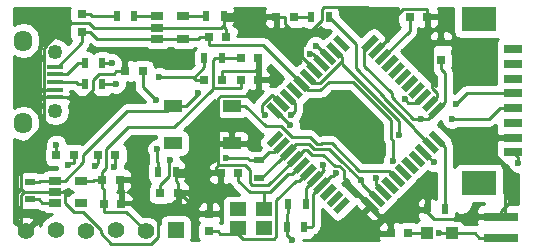
<source format=gbr>
G04 #@! TF.FileFunction,Copper,L1,Top,Signal*
%FSLAX46Y46*%
G04 Gerber Fmt 4.6, Leading zero omitted, Abs format (unit mm)*
G04 Created by KiCad (PCBNEW 4.0.5+dfsg1-4) date Sun Feb 26 18:39:17 2017*
%MOMM*%
%LPD*%
G01*
G04 APERTURE LIST*
%ADD10C,0.100000*%
%ADD11R,0.500000X0.900000*%
%ADD12R,0.797560X0.797560*%
%ADD13R,0.800000X0.750000*%
%ADD14R,0.750000X0.800000*%
%ADD15R,1.350000X0.400000*%
%ADD16O,1.250000X1.250000*%
%ADD17O,1.550000X1.800000*%
%ADD18R,1.600000X1.000000*%
%ADD19R,1.600000X0.800000*%
%ADD20R,3.000000X2.100000*%
%ADD21R,0.900000X0.500000*%
%ADD22R,1.400000X1.200000*%
%ADD23R,1.000000X1.000000*%
%ADD24R,3.000000X0.800000*%
%ADD25R,1.060000X0.650000*%
%ADD26C,1.397000*%
%ADD27R,1.397000X1.397000*%
%ADD28C,0.600000*%
%ADD29C,0.250000*%
%ADD30C,0.254000*%
G04 APERTURE END LIST*
D10*
D11*
X75850000Y-51400000D03*
X77350000Y-51400000D03*
D12*
X74349300Y-51400000D03*
X72850700Y-51400000D03*
D13*
X71350000Y-54900000D03*
X69850000Y-54900000D03*
D14*
X67200000Y-69550000D03*
X67200000Y-68050000D03*
D13*
X69650000Y-64600000D03*
X68150000Y-64600000D03*
X84150000Y-51400000D03*
X85650000Y-51400000D03*
D14*
X86800000Y-53550000D03*
X86800000Y-55050000D03*
D13*
X71350000Y-56700000D03*
X69850000Y-56700000D03*
X61550000Y-56000000D03*
X60050000Y-56000000D03*
X63050000Y-66300000D03*
X64550000Y-66300000D03*
X54250000Y-63100000D03*
X55750000Y-63100000D03*
X57750000Y-63100000D03*
X59250000Y-63100000D03*
X68250000Y-56700000D03*
X66750000Y-56700000D03*
D15*
X54162540Y-55599100D03*
X54162540Y-56249100D03*
X54162540Y-56899100D03*
X54162540Y-57549100D03*
X54162540Y-58199100D03*
D16*
X54162540Y-54399100D03*
X54162540Y-59399100D03*
D17*
X51462540Y-53399100D03*
X51462540Y-60399100D03*
D18*
X69100000Y-62100000D03*
X69100000Y-58900000D03*
X64100000Y-62100000D03*
X64100000Y-58900000D03*
D19*
X92900000Y-54125000D03*
X92900000Y-55375000D03*
X92900000Y-56625000D03*
X92900000Y-57875000D03*
X92900000Y-59125000D03*
X92900000Y-60375000D03*
X92900000Y-61625000D03*
X92900000Y-62875000D03*
D20*
X90000000Y-51575000D03*
X90000000Y-65425000D03*
D21*
X71400000Y-63550000D03*
X71400000Y-65050000D03*
D11*
X58150000Y-57100000D03*
X56650000Y-57100000D03*
X58150000Y-55300000D03*
X56650000Y-55300000D03*
X73750000Y-69200000D03*
X75250000Y-69200000D03*
X73850000Y-67200000D03*
X75350000Y-67200000D03*
X85650000Y-67700000D03*
X87150000Y-67700000D03*
X62850000Y-64500000D03*
X64350000Y-64500000D03*
X66750000Y-54900000D03*
X68250000Y-54900000D03*
D10*
G36*
X77673134Y-53305188D02*
X78062042Y-52916280D01*
X79122702Y-53976940D01*
X78733794Y-54365848D01*
X77673134Y-53305188D01*
X77673134Y-53305188D01*
G37*
G36*
X77107449Y-53870874D02*
X77496357Y-53481966D01*
X78557017Y-54542626D01*
X78168109Y-54931534D01*
X77107449Y-53870874D01*
X77107449Y-53870874D01*
G37*
G36*
X76541764Y-54436559D02*
X76930672Y-54047651D01*
X77991332Y-55108311D01*
X77602424Y-55497219D01*
X76541764Y-54436559D01*
X76541764Y-54436559D01*
G37*
G36*
X75976078Y-55002244D02*
X76364986Y-54613336D01*
X77425646Y-55673996D01*
X77036738Y-56062904D01*
X75976078Y-55002244D01*
X75976078Y-55002244D01*
G37*
G36*
X75410393Y-55567930D02*
X75799301Y-55179022D01*
X76859961Y-56239682D01*
X76471053Y-56628590D01*
X75410393Y-55567930D01*
X75410393Y-55567930D01*
G37*
G36*
X74844707Y-56133615D02*
X75233615Y-55744707D01*
X76294275Y-56805367D01*
X75905367Y-57194275D01*
X74844707Y-56133615D01*
X74844707Y-56133615D01*
G37*
G36*
X74279022Y-56699301D02*
X74667930Y-56310393D01*
X75728590Y-57371053D01*
X75339682Y-57759961D01*
X74279022Y-56699301D01*
X74279022Y-56699301D01*
G37*
G36*
X73713336Y-57264986D02*
X74102244Y-56876078D01*
X75162904Y-57936738D01*
X74773996Y-58325646D01*
X73713336Y-57264986D01*
X73713336Y-57264986D01*
G37*
G36*
X73147651Y-57830672D02*
X73536559Y-57441764D01*
X74597219Y-58502424D01*
X74208311Y-58891332D01*
X73147651Y-57830672D01*
X73147651Y-57830672D01*
G37*
G36*
X72581966Y-58396357D02*
X72970874Y-58007449D01*
X74031534Y-59068109D01*
X73642626Y-59457017D01*
X72581966Y-58396357D01*
X72581966Y-58396357D01*
G37*
G36*
X72016280Y-58962042D02*
X72405188Y-58573134D01*
X73465848Y-59633794D01*
X73076940Y-60022702D01*
X72016280Y-58962042D01*
X72016280Y-58962042D01*
G37*
G36*
X72405188Y-62426866D02*
X72016280Y-62037958D01*
X73076940Y-60977298D01*
X73465848Y-61366206D01*
X72405188Y-62426866D01*
X72405188Y-62426866D01*
G37*
G36*
X72970874Y-62992551D02*
X72581966Y-62603643D01*
X73642626Y-61542983D01*
X74031534Y-61931891D01*
X72970874Y-62992551D01*
X72970874Y-62992551D01*
G37*
G36*
X73536559Y-63558236D02*
X73147651Y-63169328D01*
X74208311Y-62108668D01*
X74597219Y-62497576D01*
X73536559Y-63558236D01*
X73536559Y-63558236D01*
G37*
G36*
X74102244Y-64123922D02*
X73713336Y-63735014D01*
X74773996Y-62674354D01*
X75162904Y-63063262D01*
X74102244Y-64123922D01*
X74102244Y-64123922D01*
G37*
G36*
X74667930Y-64689607D02*
X74279022Y-64300699D01*
X75339682Y-63240039D01*
X75728590Y-63628947D01*
X74667930Y-64689607D01*
X74667930Y-64689607D01*
G37*
G36*
X75233615Y-65255293D02*
X74844707Y-64866385D01*
X75905367Y-63805725D01*
X76294275Y-64194633D01*
X75233615Y-65255293D01*
X75233615Y-65255293D01*
G37*
G36*
X75799301Y-65820978D02*
X75410393Y-65432070D01*
X76471053Y-64371410D01*
X76859961Y-64760318D01*
X75799301Y-65820978D01*
X75799301Y-65820978D01*
G37*
G36*
X76364986Y-66386664D02*
X75976078Y-65997756D01*
X77036738Y-64937096D01*
X77425646Y-65326004D01*
X76364986Y-66386664D01*
X76364986Y-66386664D01*
G37*
G36*
X76930672Y-66952349D02*
X76541764Y-66563441D01*
X77602424Y-65502781D01*
X77991332Y-65891689D01*
X76930672Y-66952349D01*
X76930672Y-66952349D01*
G37*
G36*
X77496357Y-67518034D02*
X77107449Y-67129126D01*
X78168109Y-66068466D01*
X78557017Y-66457374D01*
X77496357Y-67518034D01*
X77496357Y-67518034D01*
G37*
G36*
X78062042Y-68083720D02*
X77673134Y-67694812D01*
X78733794Y-66634152D01*
X79122702Y-67023060D01*
X78062042Y-68083720D01*
X78062042Y-68083720D01*
G37*
G36*
X80077298Y-67023060D02*
X80466206Y-66634152D01*
X81526866Y-67694812D01*
X81137958Y-68083720D01*
X80077298Y-67023060D01*
X80077298Y-67023060D01*
G37*
G36*
X80642983Y-66457374D02*
X81031891Y-66068466D01*
X82092551Y-67129126D01*
X81703643Y-67518034D01*
X80642983Y-66457374D01*
X80642983Y-66457374D01*
G37*
G36*
X81208668Y-65891689D02*
X81597576Y-65502781D01*
X82658236Y-66563441D01*
X82269328Y-66952349D01*
X81208668Y-65891689D01*
X81208668Y-65891689D01*
G37*
G36*
X81774354Y-65326004D02*
X82163262Y-64937096D01*
X83223922Y-65997756D01*
X82835014Y-66386664D01*
X81774354Y-65326004D01*
X81774354Y-65326004D01*
G37*
G36*
X82340039Y-64760318D02*
X82728947Y-64371410D01*
X83789607Y-65432070D01*
X83400699Y-65820978D01*
X82340039Y-64760318D01*
X82340039Y-64760318D01*
G37*
G36*
X82905725Y-64194633D02*
X83294633Y-63805725D01*
X84355293Y-64866385D01*
X83966385Y-65255293D01*
X82905725Y-64194633D01*
X82905725Y-64194633D01*
G37*
G36*
X83471410Y-63628947D02*
X83860318Y-63240039D01*
X84920978Y-64300699D01*
X84532070Y-64689607D01*
X83471410Y-63628947D01*
X83471410Y-63628947D01*
G37*
G36*
X84037096Y-63063262D02*
X84426004Y-62674354D01*
X85486664Y-63735014D01*
X85097756Y-64123922D01*
X84037096Y-63063262D01*
X84037096Y-63063262D01*
G37*
G36*
X84602781Y-62497576D02*
X84991689Y-62108668D01*
X86052349Y-63169328D01*
X85663441Y-63558236D01*
X84602781Y-62497576D01*
X84602781Y-62497576D01*
G37*
G36*
X85168466Y-61931891D02*
X85557374Y-61542983D01*
X86618034Y-62603643D01*
X86229126Y-62992551D01*
X85168466Y-61931891D01*
X85168466Y-61931891D01*
G37*
G36*
X85734152Y-61366206D02*
X86123060Y-60977298D01*
X87183720Y-62037958D01*
X86794812Y-62426866D01*
X85734152Y-61366206D01*
X85734152Y-61366206D01*
G37*
G36*
X86123060Y-60022702D02*
X85734152Y-59633794D01*
X86794812Y-58573134D01*
X87183720Y-58962042D01*
X86123060Y-60022702D01*
X86123060Y-60022702D01*
G37*
G36*
X85557374Y-59457017D02*
X85168466Y-59068109D01*
X86229126Y-58007449D01*
X86618034Y-58396357D01*
X85557374Y-59457017D01*
X85557374Y-59457017D01*
G37*
G36*
X84991689Y-58891332D02*
X84602781Y-58502424D01*
X85663441Y-57441764D01*
X86052349Y-57830672D01*
X84991689Y-58891332D01*
X84991689Y-58891332D01*
G37*
G36*
X84426004Y-58325646D02*
X84037096Y-57936738D01*
X85097756Y-56876078D01*
X85486664Y-57264986D01*
X84426004Y-58325646D01*
X84426004Y-58325646D01*
G37*
G36*
X83860318Y-57759961D02*
X83471410Y-57371053D01*
X84532070Y-56310393D01*
X84920978Y-56699301D01*
X83860318Y-57759961D01*
X83860318Y-57759961D01*
G37*
G36*
X83294633Y-57194275D02*
X82905725Y-56805367D01*
X83966385Y-55744707D01*
X84355293Y-56133615D01*
X83294633Y-57194275D01*
X83294633Y-57194275D01*
G37*
G36*
X82728947Y-56628590D02*
X82340039Y-56239682D01*
X83400699Y-55179022D01*
X83789607Y-55567930D01*
X82728947Y-56628590D01*
X82728947Y-56628590D01*
G37*
G36*
X82163262Y-56062904D02*
X81774354Y-55673996D01*
X82835014Y-54613336D01*
X83223922Y-55002244D01*
X82163262Y-56062904D01*
X82163262Y-56062904D01*
G37*
G36*
X81597576Y-55497219D02*
X81208668Y-55108311D01*
X82269328Y-54047651D01*
X82658236Y-54436559D01*
X81597576Y-55497219D01*
X81597576Y-55497219D01*
G37*
G36*
X81031891Y-54931534D02*
X80642983Y-54542626D01*
X81703643Y-53481966D01*
X82092551Y-53870874D01*
X81031891Y-54931534D01*
X81031891Y-54931534D01*
G37*
G36*
X80466206Y-54365848D02*
X80077298Y-53976940D01*
X81137958Y-52916280D01*
X81526866Y-53305188D01*
X80466206Y-54365848D01*
X80466206Y-54365848D01*
G37*
D22*
X69600000Y-69300000D03*
X71800000Y-69300000D03*
X69600000Y-67700000D03*
X71800000Y-67700000D03*
D13*
X84050000Y-69700000D03*
X82550000Y-69700000D03*
X67150000Y-53100000D03*
X68650000Y-53100000D03*
X58250000Y-67200000D03*
X59750000Y-67200000D03*
X58150000Y-65200000D03*
X59650000Y-65200000D03*
D12*
X56400000Y-52649300D03*
X56400000Y-51150700D03*
D23*
X85645000Y-69700000D03*
X87755000Y-69700000D03*
D24*
X91900000Y-70100000D03*
X91900000Y-68300000D03*
D11*
X60850000Y-51300000D03*
X59350000Y-51300000D03*
X68450000Y-51300000D03*
X66950000Y-51300000D03*
D21*
X52000000Y-66850000D03*
X52000000Y-65350000D03*
D25*
X62800000Y-51350000D03*
X62800000Y-52300000D03*
X62800000Y-53250000D03*
X65000000Y-53250000D03*
X65000000Y-51350000D03*
X54100000Y-65250000D03*
X54100000Y-66200000D03*
X54100000Y-67150000D03*
X56300000Y-67150000D03*
X56300000Y-65250000D03*
D26*
X59270000Y-69439040D03*
X56730000Y-69560960D03*
X61810000Y-69560960D03*
X54190000Y-69439040D03*
D27*
X64350000Y-69439040D03*
D26*
X51650000Y-69560960D03*
D28*
X75500000Y-60700000D03*
X68200000Y-68100000D03*
X78000000Y-59800000D03*
X88900000Y-63400000D03*
X92900000Y-66800000D03*
X61300000Y-65200000D03*
X79300000Y-68800000D03*
X66700000Y-60500000D03*
X91331700Y-63046900D03*
X86647500Y-69720000D03*
X82719500Y-63633500D03*
X74236800Y-70320000D03*
X80003100Y-65235700D03*
X83260100Y-61437700D03*
X85134200Y-60022200D03*
X62662500Y-58416900D03*
X63832800Y-63525200D03*
X54250000Y-62223500D03*
X55227800Y-63977600D03*
X57563500Y-63986800D03*
X59143000Y-64097900D03*
X62979600Y-56525000D03*
X76837200Y-63977300D03*
X77946000Y-64651100D03*
X62790800Y-62575000D03*
X81310800Y-65041300D03*
X88085700Y-58788700D03*
X86241500Y-63706100D03*
X87727200Y-60031500D03*
X83727600Y-58379700D03*
X93370100Y-63777600D03*
X66229300Y-57858900D03*
X68617800Y-63316900D03*
X71956700Y-59703200D03*
X74118400Y-59698400D03*
X74050800Y-60569500D03*
X75712900Y-54540300D03*
X59303000Y-57061000D03*
X76196700Y-53861000D03*
X58928100Y-55300000D03*
D29*
X69600000Y-69300000D02*
X69600000Y-69762600D01*
X67200000Y-69550000D02*
X67900300Y-69550000D01*
X75569500Y-64530500D02*
X74809200Y-65290800D01*
X68112900Y-69762600D02*
X67900300Y-69550000D01*
X69600000Y-69762600D02*
X68112900Y-69762600D01*
X74809100Y-65290800D02*
X74809200Y-65290800D01*
X74526900Y-65290800D02*
X74809100Y-65290800D01*
X72887100Y-66930600D02*
X74526900Y-65290800D01*
X72887100Y-69981900D02*
X72887100Y-66930600D01*
X72643600Y-70225400D02*
X72887100Y-69981900D01*
X70062800Y-70225400D02*
X72643600Y-70225400D01*
X69600000Y-69762600D02*
X70062800Y-70225400D01*
X75500000Y-60700000D02*
X77100000Y-60700000D01*
X67200000Y-68050000D02*
X68150000Y-68050000D01*
X68150000Y-68050000D02*
X68200000Y-68100000D01*
X77100000Y-60700000D02*
X78000000Y-59800000D01*
X85650000Y-67700000D02*
X85650000Y-67900000D01*
X85650000Y-67900000D02*
X86235200Y-68485200D01*
X86235200Y-68485200D02*
X89889500Y-68485200D01*
X89889500Y-68485200D02*
X90074700Y-68300000D01*
X90074700Y-68300000D02*
X91900000Y-68300000D01*
X86449900Y-53550000D02*
X86090800Y-53909100D01*
X86090800Y-53909100D02*
X86090800Y-57408900D01*
X86090800Y-57408900D02*
X86500000Y-57818100D01*
X86500000Y-57818100D02*
X86500000Y-58125500D01*
X86500000Y-58125500D02*
X85893300Y-58732200D01*
X91900000Y-68300000D02*
X91900000Y-67800000D01*
X91900000Y-67800000D02*
X92900000Y-66800000D01*
X59650000Y-65200000D02*
X61300000Y-65200000D01*
X80802082Y-67358936D02*
X80741064Y-67358936D01*
X80741064Y-67358936D02*
X79300000Y-68800000D01*
X67974700Y-60500000D02*
X66700000Y-60500000D01*
X59750000Y-66000300D02*
X59650000Y-65900300D01*
X59750000Y-67200000D02*
X59750000Y-66000300D01*
X59650000Y-65200000D02*
X59650000Y-65900300D01*
X81367800Y-54206700D02*
X82128200Y-53446300D01*
X68250000Y-55999700D02*
X71350000Y-55999700D01*
X68250000Y-56700000D02*
X68250000Y-55999700D01*
X71350000Y-56700000D02*
X71350000Y-56349800D01*
X71350000Y-56349800D02*
X71350000Y-55999700D01*
X85650000Y-51400000D02*
X85650000Y-52100300D01*
X85650000Y-53100300D02*
X86099700Y-53550000D01*
X85650000Y-52100300D02*
X85650000Y-53100300D01*
X86449900Y-53550000D02*
X86099700Y-53550000D01*
X76135200Y-55903800D02*
X75374900Y-55143400D01*
X85650000Y-51400000D02*
X85650000Y-50699700D01*
X51224600Y-69135600D02*
X51650000Y-69561000D01*
X51224600Y-66462300D02*
X51224600Y-69135600D01*
X51486900Y-66200000D02*
X51224600Y-66462300D01*
X64550000Y-65475300D02*
X64350000Y-65275300D01*
X64550000Y-66300000D02*
X64550000Y-65475300D01*
X86625000Y-53550000D02*
X86449900Y-53550000D01*
X92900000Y-61625000D02*
X91774700Y-61625000D01*
X92243500Y-67956500D02*
X91900000Y-68300000D01*
X92243500Y-63958700D02*
X92243500Y-67956500D01*
X91331700Y-63046900D02*
X92243500Y-63958700D01*
X64350000Y-64500000D02*
X64350000Y-64887600D01*
X64350000Y-64887600D02*
X64350000Y-65275300D01*
X67137100Y-64887600D02*
X67424700Y-64600000D01*
X64350000Y-64887600D02*
X67137100Y-64887600D01*
X71350000Y-55999700D02*
X71350000Y-54900000D01*
X86625000Y-53550000D02*
X86800000Y-53550000D01*
X82128200Y-53446300D02*
X82128200Y-52156900D01*
X83585400Y-50699700D02*
X85650000Y-50699700D01*
X82128200Y-52156900D02*
X83585400Y-50699700D01*
X54162500Y-57549100D02*
X53162200Y-57549100D01*
X57411700Y-52300000D02*
X62800000Y-52300000D01*
X57036700Y-51925000D02*
X57411700Y-52300000D01*
X55259600Y-51925000D02*
X57036700Y-51925000D01*
X53162200Y-54022400D02*
X55259600Y-51925000D01*
X53162200Y-57549100D02*
X53162200Y-54022400D01*
X59750000Y-67200000D02*
X60475300Y-67200000D01*
X51486900Y-66200000D02*
X54100000Y-66200000D01*
X54100000Y-66200000D02*
X54955300Y-66200000D01*
X59104400Y-56220300D02*
X59324700Y-56000000D01*
X57829700Y-56220300D02*
X59104400Y-56220300D01*
X57350000Y-56700000D02*
X57829700Y-56220300D01*
X57350000Y-57575500D02*
X57350000Y-56700000D01*
X56726400Y-58199100D02*
X57350000Y-57575500D01*
X54162500Y-58199100D02*
X56726400Y-58199100D01*
X60050000Y-56000000D02*
X59324700Y-56000000D01*
X76774600Y-51648800D02*
X75062700Y-53360700D01*
X76774600Y-50740300D02*
X76774600Y-51648800D01*
X76945000Y-50569900D02*
X76774600Y-50740300D01*
X80541200Y-50569900D02*
X76945000Y-50569900D01*
X82128200Y-52156900D02*
X80541200Y-50569900D01*
X73574800Y-51998400D02*
X73574800Y-51400000D01*
X74937100Y-53360700D02*
X73574800Y-51998400D01*
X75062700Y-53360700D02*
X74937100Y-53360700D01*
X72850700Y-51400000D02*
X73574800Y-51400000D01*
X67787400Y-64600000D02*
X67424700Y-64600000D01*
X91331700Y-62068000D02*
X91774700Y-61625000D01*
X91331700Y-63046900D02*
X91331700Y-62068000D01*
X67968700Y-64600000D02*
X67787400Y-64600000D01*
X67968700Y-64600000D02*
X68150000Y-64600000D01*
X53162200Y-57549100D02*
X53162200Y-58199100D01*
X54162500Y-58199100D02*
X53162200Y-58199100D01*
X75148200Y-54916800D02*
X75374900Y-55143400D01*
X75148200Y-54859900D02*
X75148200Y-54916800D01*
X75087600Y-54799300D02*
X75148200Y-54859900D01*
X75087600Y-53921200D02*
X75087600Y-54799300D01*
X75062700Y-53896300D02*
X75087600Y-53921200D01*
X75062700Y-53360700D02*
X75062700Y-53896300D01*
X53162200Y-60517400D02*
X53162200Y-58199100D01*
X51224600Y-62455000D02*
X53162200Y-60517400D01*
X51224600Y-65937700D02*
X51224600Y-62455000D01*
X51486900Y-66200000D02*
X51224600Y-65937700D01*
X68650000Y-53100000D02*
X68650000Y-52399700D01*
X68450000Y-51300000D02*
X68450000Y-51625000D01*
X68450000Y-51625000D02*
X68450000Y-52075300D01*
X71901600Y-51625000D02*
X72126600Y-51400000D01*
X68450000Y-51625000D02*
X71901600Y-51625000D01*
X72850700Y-51400000D02*
X72126600Y-51400000D01*
X68387800Y-52137500D02*
X68650000Y-52399700D01*
X68225300Y-52300000D02*
X68387800Y-52137500D01*
X62800000Y-52300000D02*
X68225300Y-52300000D01*
X68387800Y-52137500D02*
X68450000Y-52075300D01*
X74438100Y-63399100D02*
X75198400Y-62638800D01*
X85650000Y-67700000D02*
X85074700Y-67700000D01*
X80802100Y-67358900D02*
X81311900Y-67868700D01*
X82550000Y-69700000D02*
X82550000Y-68999700D01*
X82442900Y-68999700D02*
X82550000Y-68999700D01*
X81311900Y-67868700D02*
X82442900Y-68999700D01*
X83849700Y-67700000D02*
X85074700Y-67700000D01*
X82550000Y-68999700D02*
X83849700Y-67700000D01*
X78571300Y-65128100D02*
X80802100Y-67358900D01*
X78571300Y-64392000D02*
X78571300Y-65128100D01*
X78205100Y-64025800D02*
X78571300Y-64392000D01*
X77830000Y-64025800D02*
X78205100Y-64025800D01*
X76863200Y-63059000D02*
X77830000Y-64025800D01*
X75915700Y-63059000D02*
X76863200Y-63059000D01*
X75495500Y-62638800D02*
X75915700Y-63059000D01*
X75198400Y-62638800D02*
X75495500Y-62638800D01*
X62839800Y-70030300D02*
X62839800Y-68418700D01*
X62284100Y-70586000D02*
X62839800Y-70030300D01*
X58917800Y-70586000D02*
X62284100Y-70586000D01*
X58061100Y-69729300D02*
X58917800Y-70586000D01*
X58061100Y-69444000D02*
X58061100Y-69729300D01*
X56517500Y-67900400D02*
X58061100Y-69444000D01*
X55723800Y-67900400D02*
X56517500Y-67900400D01*
X54955300Y-67131900D02*
X55723800Y-67900400D01*
X54955300Y-66200000D02*
X54955300Y-67131900D01*
X61621100Y-67200000D02*
X60475300Y-67200000D01*
X62839800Y-68418700D02*
X61621100Y-67200000D01*
X64258200Y-67000300D02*
X64550000Y-67000300D01*
X62839800Y-68418700D02*
X64258200Y-67000300D01*
X64550000Y-66300000D02*
X64550000Y-66650100D01*
X64550000Y-66650100D02*
X64550000Y-67000300D01*
X65099800Y-66650100D02*
X66499700Y-68050000D01*
X64550000Y-66650100D02*
X65099800Y-66650100D01*
X67200000Y-68050000D02*
X66499700Y-68050000D01*
X69100000Y-62100000D02*
X67974700Y-62100000D01*
X72211800Y-65625400D02*
X74438100Y-63399100D01*
X70775200Y-65625400D02*
X72211800Y-65625400D01*
X70612000Y-65462200D02*
X70775200Y-65625400D01*
X70612000Y-64319300D02*
X70612000Y-65462200D01*
X70192300Y-63899600D02*
X70612000Y-64319300D01*
X68919600Y-63899600D02*
X70192300Y-63899600D01*
X68856400Y-63962800D02*
X68919600Y-63899600D01*
X67974700Y-63962800D02*
X68856400Y-63962800D01*
X67787400Y-64150100D02*
X67974700Y-63962800D01*
X67787400Y-64600000D02*
X67787400Y-64150100D01*
X67974700Y-63962800D02*
X67974700Y-62100000D01*
X70675700Y-58074600D02*
X71350000Y-57400300D01*
X68164500Y-58074600D02*
X70675700Y-58074600D01*
X67974700Y-58264400D02*
X68164500Y-58074600D01*
X67974700Y-62100000D02*
X67974700Y-60500000D01*
X67974700Y-60500000D02*
X67974700Y-58264400D01*
X71350000Y-56700000D02*
X71350000Y-57400300D01*
X71800000Y-67700000D02*
X71800000Y-66774700D01*
X75003800Y-63964800D02*
X74243500Y-64725100D01*
X69650000Y-64600000D02*
X69650000Y-65300300D01*
X71800000Y-66256200D02*
X71800000Y-66774700D01*
X72318500Y-66256200D02*
X71800000Y-66256200D01*
X73849600Y-64725100D02*
X72318500Y-66256200D01*
X74243400Y-64725100D02*
X73849600Y-64725100D01*
X74243500Y-64725100D02*
X74243400Y-64725100D01*
X70605900Y-66256200D02*
X69650000Y-65300300D01*
X71800000Y-66256200D02*
X70605900Y-66256200D01*
X82719500Y-63633500D02*
X82719500Y-61822102D01*
X82719500Y-61822102D02*
X82600000Y-61702602D01*
X82600000Y-61702602D02*
X82600000Y-60158820D01*
X82600000Y-60158820D02*
X79341180Y-56900000D01*
X79341180Y-56900000D02*
X77295687Y-56900000D01*
X77295687Y-56900000D02*
X76595687Y-57600000D01*
X76595687Y-57600000D02*
X75568649Y-57600000D01*
X75568649Y-57600000D02*
X75384000Y-57415400D01*
X75384000Y-57415400D02*
X71768900Y-53800300D01*
X71768900Y-53800300D02*
X67150000Y-53800300D01*
X67150000Y-53800300D02*
X67150000Y-53100000D01*
X86909700Y-69720000D02*
X86929700Y-69700000D01*
X86647500Y-69720000D02*
X86909700Y-69720000D01*
X87342400Y-69700000D02*
X86929700Y-69700000D01*
X57724800Y-53250000D02*
X57124100Y-52649300D01*
X62800000Y-53250000D02*
X57724800Y-53250000D01*
X56400000Y-52649300D02*
X57124100Y-52649300D01*
X56400000Y-53559100D02*
X56400000Y-52649300D01*
X54360000Y-55599100D02*
X56400000Y-53559100D01*
X54162500Y-55599100D02*
X54360000Y-55599100D01*
X87342400Y-69700000D02*
X87755000Y-69700000D01*
X89674700Y-69700000D02*
X90074700Y-70100000D01*
X87755000Y-69700000D02*
X89674700Y-69700000D01*
X91900000Y-70100000D02*
X90074700Y-70100000D01*
X62800000Y-53250000D02*
X65000000Y-53250000D01*
X66274700Y-53250000D02*
X66424700Y-53100000D01*
X65000000Y-53250000D02*
X66274700Y-53250000D01*
X67150000Y-53100000D02*
X66424700Y-53100000D01*
X84150000Y-52555900D02*
X84150000Y-51400000D01*
X81933500Y-54772400D02*
X84150000Y-52555900D01*
X73872400Y-62833500D02*
X73205900Y-63500000D01*
X71400000Y-65050000D02*
X71600000Y-65050000D01*
X71600000Y-65050000D02*
X73150000Y-63500000D01*
X73150000Y-63500000D02*
X73205900Y-63500000D01*
X86800000Y-55050000D02*
X86800000Y-55775300D01*
X86800000Y-55775300D02*
X87132200Y-56107500D01*
X87132200Y-56107500D02*
X87132200Y-58624600D01*
X87132200Y-58624600D02*
X85698600Y-60058200D01*
X85698600Y-60058200D02*
X85170200Y-60058200D01*
X85170200Y-60058200D02*
X85134200Y-60022200D01*
X74547487Y-62158400D02*
X75300000Y-62158400D01*
X75300000Y-62158400D02*
X75652000Y-62158400D01*
X73872435Y-62833452D02*
X74547487Y-62158400D01*
X78433273Y-54807790D02*
X77832233Y-54206750D01*
X75569491Y-56469491D02*
X76053600Y-56953600D01*
X76053600Y-56953600D02*
X76605677Y-56953600D01*
X76605677Y-56953600D02*
X78433273Y-55126004D01*
X78433273Y-55126004D02*
X78433273Y-54807790D01*
X83260100Y-61437700D02*
X83260100Y-60182510D01*
X83260100Y-60182510D02*
X78433273Y-55355683D01*
X78433273Y-55355683D02*
X78433273Y-54807790D01*
X69850000Y-54900000D02*
X68250000Y-54900000D01*
X81367800Y-66793300D02*
X80607500Y-66032900D01*
X73750000Y-68075300D02*
X73850000Y-67975300D01*
X73750000Y-69200000D02*
X73750000Y-68075300D01*
X73850000Y-67200000D02*
X73850000Y-67975300D01*
X73892100Y-69975300D02*
X73750000Y-69975300D01*
X74236800Y-70320000D02*
X73892100Y-69975300D01*
X73750000Y-69200000D02*
X73750000Y-69975300D01*
X80003100Y-65235800D02*
X80003100Y-65235700D01*
X80089800Y-65322500D02*
X80003100Y-65235800D01*
X80089800Y-65366500D02*
X80089800Y-65322500D01*
X80158400Y-65435100D02*
X80089800Y-65366500D01*
X80158400Y-65583900D02*
X80158400Y-65435100D01*
X80607500Y-66032900D02*
X80158400Y-65583900D01*
X84452500Y-60022200D02*
X85134200Y-60022200D01*
X82626800Y-58196500D02*
X84452500Y-60022200D01*
X82626800Y-57844700D02*
X82626800Y-58196500D01*
X80317600Y-55535500D02*
X82626800Y-57844700D01*
X80317600Y-54125600D02*
X80317600Y-55535500D01*
X80802100Y-53641100D02*
X80317600Y-54125600D01*
X69850000Y-56700000D02*
X69850000Y-57400300D01*
X58150000Y-65200000D02*
X58150000Y-64499700D01*
X68250000Y-54900000D02*
X67674700Y-54900000D01*
X67500000Y-57400300D02*
X69850000Y-57400300D01*
X67500000Y-55074700D02*
X67674700Y-54900000D01*
X67500000Y-57400300D02*
X67500000Y-55074700D01*
X58475400Y-64174300D02*
X58150000Y-64499700D01*
X58475400Y-62598900D02*
X58475400Y-64174300D01*
X60327300Y-60747000D02*
X58475400Y-62598900D01*
X64242000Y-60747000D02*
X60327300Y-60747000D01*
X67500000Y-57489000D02*
X64242000Y-60747000D01*
X67500000Y-57400300D02*
X67500000Y-57489000D01*
X79021600Y-64254200D02*
X80003100Y-65235700D01*
X79021600Y-64205400D02*
X79021600Y-64254200D01*
X78391700Y-63575500D02*
X79021600Y-64205400D01*
X78342900Y-63575500D02*
X78391700Y-63575500D01*
X77376000Y-62608600D02*
X78342900Y-63575500D01*
X76739100Y-62608600D02*
X77376000Y-62608600D01*
X76739000Y-62608500D02*
X76739100Y-62608600D01*
X76102100Y-62608500D02*
X76739000Y-62608500D01*
X75652000Y-62158400D02*
X76102100Y-62608500D01*
X58250000Y-66000300D02*
X58150000Y-65900300D01*
X58250000Y-67200000D02*
X58250000Y-66000300D01*
X58150000Y-65200000D02*
X58150000Y-65900300D01*
X57374700Y-65250000D02*
X57424700Y-65200000D01*
X56300000Y-65250000D02*
X57374700Y-65250000D01*
X58150000Y-65200000D02*
X57424700Y-65200000D01*
X60149300Y-67900300D02*
X58250000Y-67900300D01*
X61810000Y-69561000D02*
X60149300Y-67900300D01*
X58250000Y-67200000D02*
X58250000Y-67900300D01*
X61550000Y-57304400D02*
X61550000Y-56000000D01*
X62662500Y-58416900D02*
X61550000Y-57304400D01*
X63750300Y-64899400D02*
X63050000Y-65599700D01*
X63750300Y-63607700D02*
X63750300Y-64899400D01*
X63832800Y-63525200D02*
X63750300Y-63607700D01*
X63050000Y-66300000D02*
X63050000Y-65599700D01*
X54250000Y-62223500D02*
X54250000Y-63100000D01*
X55750000Y-63100000D02*
X55750000Y-63800300D01*
X55405100Y-63800300D02*
X55227800Y-63977600D01*
X55750000Y-63800300D02*
X55405100Y-63800300D01*
X57750000Y-63100000D02*
X57750000Y-63800300D01*
X57563500Y-63986800D02*
X57750000Y-63800300D01*
X59250000Y-63100000D02*
X59250000Y-63800300D01*
X59143100Y-64097900D02*
X59143000Y-64097900D01*
X59143100Y-63907200D02*
X59143100Y-64097900D01*
X59250000Y-63800300D02*
X59143100Y-63907200D01*
X66750000Y-56700000D02*
X66024700Y-56700000D01*
X66750000Y-54900000D02*
X66750000Y-55675300D01*
X66750000Y-55675300D02*
X65875000Y-56550300D01*
X65875000Y-56550300D02*
X66024700Y-56700000D01*
X65849700Y-56525000D02*
X62979600Y-56525000D01*
X65875000Y-56550300D02*
X65849700Y-56525000D01*
X55162800Y-56211900D02*
X56074700Y-55300000D01*
X55162800Y-56249100D02*
X55162800Y-56211900D01*
X56650000Y-55300000D02*
X56074700Y-55300000D01*
X54162500Y-56249100D02*
X55162800Y-56249100D01*
X55873800Y-56899100D02*
X56074700Y-57100000D01*
X54162500Y-56899100D02*
X55873800Y-56899100D01*
X56650000Y-57100000D02*
X56074700Y-57100000D01*
X74349300Y-51400000D02*
X75850000Y-51400000D01*
X76290390Y-62158490D02*
X75700000Y-61568100D01*
X75700000Y-61568100D02*
X74162100Y-61568100D01*
X76641510Y-62158490D02*
X76290390Y-62158490D01*
X79916299Y-64416299D02*
X77600000Y-62100000D01*
X77600000Y-62100000D02*
X76700000Y-62100000D01*
X76700000Y-62100000D02*
X76641510Y-62158490D01*
X83064823Y-65096194D02*
X82384928Y-64416299D01*
X82384928Y-64416299D02*
X79916299Y-64416299D01*
X71962800Y-60637500D02*
X70225300Y-58900000D01*
X73231500Y-60637500D02*
X71962800Y-60637500D01*
X74162100Y-61568100D02*
X73231500Y-60637500D01*
X69100000Y-58900000D02*
X70225300Y-58900000D01*
X75350000Y-65881400D02*
X76135200Y-65096200D01*
X75350000Y-67200000D02*
X75350000Y-65881400D01*
X76135200Y-65096200D02*
X76895600Y-64335800D01*
X76837200Y-64277500D02*
X76895600Y-64335800D01*
X76837200Y-63977300D02*
X76837200Y-64277500D01*
X75250000Y-69200000D02*
X75825300Y-69200000D01*
X75940500Y-66422300D02*
X76700900Y-65661900D01*
X75940500Y-69084800D02*
X75940500Y-66422300D01*
X75825300Y-69200000D02*
X75940500Y-69084800D01*
X77695500Y-64901600D02*
X77461200Y-64901600D01*
X77946000Y-64651100D02*
X77695500Y-64901600D01*
X76700900Y-65661900D02*
X77461200Y-64901600D01*
X62790800Y-63665500D02*
X62850000Y-63724700D01*
X62790800Y-62575000D02*
X62790800Y-63665500D01*
X62850000Y-64500000D02*
X62850000Y-63724700D01*
X81933500Y-66227600D02*
X81305983Y-65600000D01*
X81310800Y-65041300D02*
X81310800Y-65595183D01*
X81310800Y-65595183D02*
X81305983Y-65600000D01*
X88999400Y-57875000D02*
X88085700Y-58788700D01*
X92900000Y-57875000D02*
X88999400Y-57875000D01*
X90868200Y-60031500D02*
X91774700Y-59125000D01*
X87727200Y-60031500D02*
X90868200Y-60031500D01*
X92900000Y-59125000D02*
X91774700Y-59125000D01*
X86200200Y-63706100D02*
X86241500Y-63706100D01*
X85327600Y-62833500D02*
X86200200Y-63706100D01*
X85327600Y-58166500D02*
X84800000Y-58694100D01*
X83727600Y-58379700D02*
X84042000Y-58694100D01*
X84042000Y-58694100D02*
X84800000Y-58694100D01*
X52000000Y-65350000D02*
X52775300Y-65350000D01*
X93370100Y-63345100D02*
X93370100Y-63777600D01*
X92900000Y-62875000D02*
X93370100Y-63345100D01*
X64100000Y-58900000D02*
X65225300Y-58900000D01*
X66229300Y-57896000D02*
X65225300Y-58900000D01*
X66229300Y-57858900D02*
X66229300Y-57896000D01*
X52875300Y-65250000D02*
X54100000Y-65250000D01*
X52775300Y-65350000D02*
X52875300Y-65250000D01*
X63636800Y-59363200D02*
X64100000Y-58900000D01*
X60244500Y-59363200D02*
X63636800Y-59363200D01*
X56499100Y-63108600D02*
X60244500Y-59363200D01*
X56499100Y-63706200D02*
X56499100Y-63108600D01*
X54955300Y-65250000D02*
X56499100Y-63706200D01*
X54100000Y-65250000D02*
X54955300Y-65250000D01*
X73306700Y-62267800D02*
X72700000Y-62874500D01*
X71400000Y-63550000D02*
X71600000Y-63550000D01*
X71600000Y-63550000D02*
X72275500Y-62874500D01*
X72275500Y-62874500D02*
X72700000Y-62874500D01*
X71400000Y-63550000D02*
X70624700Y-63550000D01*
X70391600Y-63316900D02*
X68617800Y-63316900D01*
X70624700Y-63550000D02*
X70391600Y-63316900D01*
X73306700Y-58732200D02*
X72546300Y-57971800D01*
X71677900Y-58840200D02*
X72546300Y-57971800D01*
X71677900Y-59424400D02*
X71677900Y-58840200D01*
X71956700Y-59703200D02*
X71677900Y-59424400D01*
X73872400Y-58166500D02*
X74405970Y-58700000D01*
X74118400Y-59698400D02*
X74418399Y-59398401D01*
X74418399Y-59398401D02*
X74418399Y-58712429D01*
X74418399Y-58712429D02*
X74405970Y-58700000D01*
X74012700Y-60569500D02*
X74050800Y-60569500D01*
X72741100Y-59297900D02*
X74012700Y-60569500D01*
X78450000Y-52500000D02*
X79600000Y-53650000D01*
X78450000Y-52500000D02*
X77350000Y-51400000D01*
X85893300Y-62267800D02*
X85133000Y-61507400D01*
X85133000Y-61507300D02*
X85133000Y-61507400D01*
X84508900Y-60883200D02*
X85133000Y-61507300D01*
X84508900Y-60794900D02*
X84508900Y-60883200D01*
X82017500Y-58303500D02*
X84508900Y-60794900D01*
X82017500Y-58144300D02*
X82017500Y-58303500D01*
X79600000Y-55726800D02*
X82017500Y-58144300D01*
X79600000Y-53650000D02*
X79600000Y-55726800D01*
X75750400Y-54577800D02*
X75712900Y-54540300D01*
X75940500Y-54577800D02*
X75750400Y-54577800D01*
X75940600Y-54577700D02*
X75940500Y-54577800D01*
X58764300Y-57061000D02*
X58725300Y-57100000D01*
X59303000Y-57061000D02*
X58764300Y-57061000D01*
X58150000Y-57100000D02*
X58725300Y-57100000D01*
X76700900Y-55338100D02*
X75940600Y-54577700D01*
X58150000Y-55300000D02*
X58725300Y-55300000D01*
X77266500Y-54772400D02*
X76506300Y-54012100D01*
X58725300Y-55300000D02*
X58928100Y-55300000D01*
X76355100Y-53861000D02*
X76196700Y-53861000D01*
X76506300Y-54012100D02*
X76355100Y-53861000D01*
X87150000Y-67700000D02*
X87150000Y-62393122D01*
X87150000Y-62393122D02*
X87056878Y-62300000D01*
X87056878Y-62300000D02*
X86458900Y-61702100D01*
X85645000Y-69700000D02*
X84050000Y-69700000D01*
X57273400Y-51300000D02*
X57124100Y-51150700D01*
X59350000Y-51300000D02*
X57273400Y-51300000D01*
X56400000Y-51150700D02*
X57124100Y-51150700D01*
X61475300Y-51350000D02*
X61425300Y-51300000D01*
X62800000Y-51350000D02*
X61475300Y-51350000D01*
X60850000Y-51300000D02*
X61425300Y-51300000D01*
X66324700Y-51350000D02*
X66374700Y-51300000D01*
X65000000Y-51350000D02*
X66324700Y-51350000D01*
X66950000Y-51300000D02*
X66374700Y-51300000D01*
X53075300Y-67150000D02*
X52775300Y-66850000D01*
X54100000Y-67150000D02*
X53075300Y-67150000D01*
X52000000Y-66850000D02*
X52775300Y-66850000D01*
D30*
G36*
X85711173Y-64498292D02*
X86054701Y-64640938D01*
X86390000Y-64641230D01*
X86390000Y-66841974D01*
X86259698Y-66711673D01*
X86026309Y-66615000D01*
X85933750Y-66615000D01*
X85775000Y-66773750D01*
X85775000Y-67573000D01*
X85797000Y-67573000D01*
X85797000Y-67827000D01*
X85775000Y-67827000D01*
X85775000Y-67847000D01*
X85525000Y-67847000D01*
X85525000Y-67827000D01*
X84923750Y-67827000D01*
X84765000Y-67985750D01*
X84765000Y-68276310D01*
X84861673Y-68509699D01*
X84942616Y-68590641D01*
X84909683Y-68596838D01*
X84703382Y-68729589D01*
X84701890Y-68728569D01*
X84450000Y-68677560D01*
X83650000Y-68677560D01*
X83414683Y-68721838D01*
X83311354Y-68788329D01*
X83309698Y-68786673D01*
X83076309Y-68690000D01*
X82835750Y-68690000D01*
X82677000Y-68848750D01*
X82677000Y-69573000D01*
X82697000Y-69573000D01*
X82697000Y-69827000D01*
X82677000Y-69827000D01*
X82677000Y-69847000D01*
X82423000Y-69847000D01*
X82423000Y-69827000D01*
X81673750Y-69827000D01*
X81515000Y-69985750D01*
X81515000Y-70201310D01*
X81562092Y-70315000D01*
X75171805Y-70315000D01*
X75171820Y-70297440D01*
X75500000Y-70297440D01*
X75735317Y-70253162D01*
X75951441Y-70114090D01*
X76093127Y-69906725D01*
X76116139Y-69902148D01*
X76362701Y-69737401D01*
X76477901Y-69622201D01*
X76642648Y-69375640D01*
X76670442Y-69235910D01*
X76677845Y-69198690D01*
X81515000Y-69198690D01*
X81515000Y-69414250D01*
X81673750Y-69573000D01*
X82423000Y-69573000D01*
X82423000Y-68848750D01*
X82264250Y-68690000D01*
X82023691Y-68690000D01*
X81790302Y-68786673D01*
X81611673Y-68965301D01*
X81515000Y-69198690D01*
X76677845Y-69198690D01*
X76700500Y-69084800D01*
X76700500Y-67637795D01*
X77038548Y-67975843D01*
X77147422Y-68050233D01*
X77215325Y-68152621D01*
X77604233Y-68541529D01*
X77801936Y-68676614D01*
X78053098Y-68731098D01*
X78305669Y-68683574D01*
X78519851Y-68541529D01*
X79081427Y-67979953D01*
X80360671Y-67979953D01*
X80360671Y-68204459D01*
X80778259Y-68622047D01*
X81011648Y-68718720D01*
X81264267Y-68718721D01*
X81497656Y-68622048D01*
X81579369Y-68540335D01*
X81579369Y-68315828D01*
X80802082Y-67538541D01*
X80360671Y-67979953D01*
X79081427Y-67979953D01*
X79580511Y-67480869D01*
X79603474Y-67447262D01*
X79956559Y-67800347D01*
X80181065Y-67800347D01*
X80622477Y-67358936D01*
X79845190Y-66581649D01*
X79620683Y-66581649D01*
X79603068Y-66599264D01*
X79580511Y-66565251D01*
X79191603Y-66176343D01*
X79082729Y-66101953D01*
X79014826Y-65999565D01*
X78625918Y-65610657D01*
X78517043Y-65536266D01*
X78460072Y-65450362D01*
X78474943Y-65444217D01*
X78738192Y-65181427D01*
X78778046Y-65085448D01*
X79067978Y-65375380D01*
X79067938Y-65420867D01*
X79209983Y-65764643D01*
X79472773Y-66027892D01*
X79591537Y-66077207D01*
X79620999Y-66121301D01*
X79621035Y-66121325D01*
X79621059Y-66121361D01*
X80006589Y-66506805D01*
X80043129Y-66701001D01*
X80185174Y-66915183D01*
X81245834Y-67975843D01*
X81443537Y-68110928D01*
X81694699Y-68165412D01*
X81849827Y-68136223D01*
X81983481Y-68136223D01*
X82065194Y-68054510D01*
X82073663Y-68034065D01*
X82161452Y-67975843D01*
X82550360Y-67586935D01*
X82624751Y-67478060D01*
X82727137Y-67410158D01*
X83013605Y-67123690D01*
X84765000Y-67123690D01*
X84765000Y-67414250D01*
X84923750Y-67573000D01*
X85525000Y-67573000D01*
X85525000Y-66773750D01*
X85366250Y-66615000D01*
X85273691Y-66615000D01*
X85040302Y-66711673D01*
X84861673Y-66890301D01*
X84765000Y-67123690D01*
X83013605Y-67123690D01*
X83116045Y-67021250D01*
X83190435Y-66912376D01*
X83292823Y-66844473D01*
X83681731Y-66455565D01*
X83756124Y-66346688D01*
X83858508Y-66278787D01*
X84247416Y-65889879D01*
X84321806Y-65781005D01*
X84424194Y-65713102D01*
X84813102Y-65324194D01*
X84887495Y-65215317D01*
X84989879Y-65147416D01*
X85378787Y-64758508D01*
X85453177Y-64649634D01*
X85555565Y-64581731D01*
X85675120Y-64462176D01*
X85711173Y-64498292D01*
X85711173Y-64498292D01*
G37*
X85711173Y-64498292D02*
X86054701Y-64640938D01*
X86390000Y-64641230D01*
X86390000Y-66841974D01*
X86259698Y-66711673D01*
X86026309Y-66615000D01*
X85933750Y-66615000D01*
X85775000Y-66773750D01*
X85775000Y-67573000D01*
X85797000Y-67573000D01*
X85797000Y-67827000D01*
X85775000Y-67827000D01*
X85775000Y-67847000D01*
X85525000Y-67847000D01*
X85525000Y-67827000D01*
X84923750Y-67827000D01*
X84765000Y-67985750D01*
X84765000Y-68276310D01*
X84861673Y-68509699D01*
X84942616Y-68590641D01*
X84909683Y-68596838D01*
X84703382Y-68729589D01*
X84701890Y-68728569D01*
X84450000Y-68677560D01*
X83650000Y-68677560D01*
X83414683Y-68721838D01*
X83311354Y-68788329D01*
X83309698Y-68786673D01*
X83076309Y-68690000D01*
X82835750Y-68690000D01*
X82677000Y-68848750D01*
X82677000Y-69573000D01*
X82697000Y-69573000D01*
X82697000Y-69827000D01*
X82677000Y-69827000D01*
X82677000Y-69847000D01*
X82423000Y-69847000D01*
X82423000Y-69827000D01*
X81673750Y-69827000D01*
X81515000Y-69985750D01*
X81515000Y-70201310D01*
X81562092Y-70315000D01*
X75171805Y-70315000D01*
X75171820Y-70297440D01*
X75500000Y-70297440D01*
X75735317Y-70253162D01*
X75951441Y-70114090D01*
X76093127Y-69906725D01*
X76116139Y-69902148D01*
X76362701Y-69737401D01*
X76477901Y-69622201D01*
X76642648Y-69375640D01*
X76670442Y-69235910D01*
X76677845Y-69198690D01*
X81515000Y-69198690D01*
X81515000Y-69414250D01*
X81673750Y-69573000D01*
X82423000Y-69573000D01*
X82423000Y-68848750D01*
X82264250Y-68690000D01*
X82023691Y-68690000D01*
X81790302Y-68786673D01*
X81611673Y-68965301D01*
X81515000Y-69198690D01*
X76677845Y-69198690D01*
X76700500Y-69084800D01*
X76700500Y-67637795D01*
X77038548Y-67975843D01*
X77147422Y-68050233D01*
X77215325Y-68152621D01*
X77604233Y-68541529D01*
X77801936Y-68676614D01*
X78053098Y-68731098D01*
X78305669Y-68683574D01*
X78519851Y-68541529D01*
X79081427Y-67979953D01*
X80360671Y-67979953D01*
X80360671Y-68204459D01*
X80778259Y-68622047D01*
X81011648Y-68718720D01*
X81264267Y-68718721D01*
X81497656Y-68622048D01*
X81579369Y-68540335D01*
X81579369Y-68315828D01*
X80802082Y-67538541D01*
X80360671Y-67979953D01*
X79081427Y-67979953D01*
X79580511Y-67480869D01*
X79603474Y-67447262D01*
X79956559Y-67800347D01*
X80181065Y-67800347D01*
X80622477Y-67358936D01*
X79845190Y-66581649D01*
X79620683Y-66581649D01*
X79603068Y-66599264D01*
X79580511Y-66565251D01*
X79191603Y-66176343D01*
X79082729Y-66101953D01*
X79014826Y-65999565D01*
X78625918Y-65610657D01*
X78517043Y-65536266D01*
X78460072Y-65450362D01*
X78474943Y-65444217D01*
X78738192Y-65181427D01*
X78778046Y-65085448D01*
X79067978Y-65375380D01*
X79067938Y-65420867D01*
X79209983Y-65764643D01*
X79472773Y-66027892D01*
X79591537Y-66077207D01*
X79620999Y-66121301D01*
X79621035Y-66121325D01*
X79621059Y-66121361D01*
X80006589Y-66506805D01*
X80043129Y-66701001D01*
X80185174Y-66915183D01*
X81245834Y-67975843D01*
X81443537Y-68110928D01*
X81694699Y-68165412D01*
X81849827Y-68136223D01*
X81983481Y-68136223D01*
X82065194Y-68054510D01*
X82073663Y-68034065D01*
X82161452Y-67975843D01*
X82550360Y-67586935D01*
X82624751Y-67478060D01*
X82727137Y-67410158D01*
X83013605Y-67123690D01*
X84765000Y-67123690D01*
X84765000Y-67414250D01*
X84923750Y-67573000D01*
X85525000Y-67573000D01*
X85525000Y-66773750D01*
X85366250Y-66615000D01*
X85273691Y-66615000D01*
X85040302Y-66711673D01*
X84861673Y-66890301D01*
X84765000Y-67123690D01*
X83013605Y-67123690D01*
X83116045Y-67021250D01*
X83190435Y-66912376D01*
X83292823Y-66844473D01*
X83681731Y-66455565D01*
X83756124Y-66346688D01*
X83858508Y-66278787D01*
X84247416Y-65889879D01*
X84321806Y-65781005D01*
X84424194Y-65713102D01*
X84813102Y-65324194D01*
X84887495Y-65215317D01*
X84989879Y-65147416D01*
X85378787Y-64758508D01*
X85453177Y-64649634D01*
X85555565Y-64581731D01*
X85675120Y-64462176D01*
X85711173Y-64498292D01*
G36*
X67652560Y-59400000D02*
X67696838Y-59635317D01*
X67835910Y-59851441D01*
X68048110Y-59996431D01*
X68300000Y-60047440D01*
X69900000Y-60047440D01*
X70135317Y-60003162D01*
X70207324Y-59956826D01*
X71425399Y-61174901D01*
X71671961Y-61339648D01*
X71777899Y-61360721D01*
X71558471Y-61580149D01*
X71423386Y-61777852D01*
X71368902Y-62029014D01*
X71416426Y-62281585D01*
X71558471Y-62495767D01*
X71568951Y-62506247D01*
X71422638Y-62652560D01*
X70950000Y-62652560D01*
X70785381Y-62683535D01*
X70682439Y-62614752D01*
X70535000Y-62585424D01*
X70535000Y-62385750D01*
X70376250Y-62227000D01*
X69227000Y-62227000D01*
X69227000Y-62247000D01*
X68973000Y-62247000D01*
X68973000Y-62227000D01*
X67823750Y-62227000D01*
X67665000Y-62385750D01*
X67665000Y-62726310D01*
X67757701Y-62950110D01*
X67682962Y-63130101D01*
X67682638Y-63502067D01*
X67718971Y-63590000D01*
X67623691Y-63590000D01*
X67390302Y-63686673D01*
X67211673Y-63865301D01*
X67115000Y-64098690D01*
X67115000Y-64314250D01*
X67273750Y-64473000D01*
X68023000Y-64473000D01*
X68023000Y-64453000D01*
X68277000Y-64453000D01*
X68277000Y-64473000D01*
X68297000Y-64473000D01*
X68297000Y-64727000D01*
X68277000Y-64727000D01*
X68277000Y-65451250D01*
X68435750Y-65610000D01*
X68676309Y-65610000D01*
X68909698Y-65513327D01*
X68911068Y-65511957D01*
X68935410Y-65528590D01*
X68947852Y-65591139D01*
X69112599Y-65837701D01*
X69727458Y-66452560D01*
X68900000Y-66452560D01*
X68664683Y-66496838D01*
X68448559Y-66635910D01*
X68303569Y-66848110D01*
X68252560Y-67100000D01*
X68252560Y-68300000D01*
X68291574Y-68507342D01*
X68252560Y-68700000D01*
X68252560Y-68888892D01*
X68191139Y-68847852D01*
X68126940Y-68835082D01*
X68111671Y-68811354D01*
X68113327Y-68809698D01*
X68210000Y-68576309D01*
X68210000Y-68335750D01*
X68051250Y-68177000D01*
X67327000Y-68177000D01*
X67327000Y-68197000D01*
X67073000Y-68197000D01*
X67073000Y-68177000D01*
X66348750Y-68177000D01*
X66190000Y-68335750D01*
X66190000Y-68576309D01*
X66286673Y-68809698D01*
X66288043Y-68811068D01*
X66228569Y-68898110D01*
X66177560Y-69150000D01*
X66177560Y-69950000D01*
X66221838Y-70185317D01*
X66305287Y-70315000D01*
X65660003Y-70315000D01*
X65695940Y-70137540D01*
X65695940Y-68740540D01*
X65651662Y-68505223D01*
X65512590Y-68289099D01*
X65300390Y-68144109D01*
X65048500Y-68093100D01*
X63651500Y-68093100D01*
X63416183Y-68137378D01*
X63200059Y-68276450D01*
X63055069Y-68488650D01*
X63004060Y-68740540D01*
X63004060Y-68958844D01*
X62941146Y-68806580D01*
X62566353Y-68431133D01*
X62076413Y-68227692D01*
X61551035Y-68227233D01*
X60847493Y-67523691D01*
X66190000Y-67523691D01*
X66190000Y-67764250D01*
X66348750Y-67923000D01*
X67073000Y-67923000D01*
X67073000Y-67173750D01*
X67327000Y-67173750D01*
X67327000Y-67923000D01*
X68051250Y-67923000D01*
X68210000Y-67764250D01*
X68210000Y-67523691D01*
X68113327Y-67290302D01*
X67934699Y-67111673D01*
X67701310Y-67015000D01*
X67485750Y-67015000D01*
X67327000Y-67173750D01*
X67073000Y-67173750D01*
X66914250Y-67015000D01*
X66698690Y-67015000D01*
X66465301Y-67111673D01*
X66286673Y-67290302D01*
X66190000Y-67523691D01*
X60847493Y-67523691D01*
X60686701Y-67362899D01*
X60440139Y-67198152D01*
X60149300Y-67140300D01*
X59603000Y-67140300D01*
X59603000Y-67073000D01*
X59623000Y-67073000D01*
X59623000Y-66348750D01*
X59464250Y-66190000D01*
X59384250Y-66190000D01*
X59523000Y-66051250D01*
X59523000Y-65327000D01*
X59777000Y-65327000D01*
X59777000Y-66051250D01*
X59935750Y-66210000D01*
X60015750Y-66210000D01*
X59877000Y-66348750D01*
X59877000Y-67073000D01*
X60626250Y-67073000D01*
X60785000Y-66914250D01*
X60785000Y-66698690D01*
X60688327Y-66465301D01*
X60509698Y-66286673D01*
X60276309Y-66190000D01*
X60224593Y-66190000D01*
X60409698Y-66113327D01*
X60588327Y-65934699D01*
X60685000Y-65701310D01*
X60685000Y-65485750D01*
X60526250Y-65327000D01*
X59777000Y-65327000D01*
X59523000Y-65327000D01*
X59503000Y-65327000D01*
X59503000Y-65073000D01*
X59523000Y-65073000D01*
X59523000Y-65053000D01*
X59777000Y-65053000D01*
X59777000Y-65073000D01*
X60526250Y-65073000D01*
X60685000Y-64914250D01*
X60685000Y-64698690D01*
X60588327Y-64465301D01*
X60409698Y-64286673D01*
X60176309Y-64190000D01*
X60077920Y-64190000D01*
X60078126Y-63954093D01*
X60101441Y-63939090D01*
X60246431Y-63726890D01*
X60297440Y-63475000D01*
X60297440Y-62725000D01*
X60253162Y-62489683D01*
X60114090Y-62273559D01*
X59972374Y-62176728D01*
X60642102Y-61507000D01*
X62671393Y-61507000D01*
X62652560Y-61600000D01*
X62652560Y-61639879D01*
X62605633Y-61639838D01*
X62261857Y-61781883D01*
X61998608Y-62044673D01*
X61855962Y-62388201D01*
X61855638Y-62760167D01*
X61997683Y-63103943D01*
X62030800Y-63137118D01*
X62030800Y-63665500D01*
X62045090Y-63737342D01*
X62003569Y-63798110D01*
X61952560Y-64050000D01*
X61952560Y-64950000D01*
X61996838Y-65185317D01*
X62135910Y-65401441D01*
X62211118Y-65452828D01*
X62198559Y-65460910D01*
X62053569Y-65673110D01*
X62002560Y-65925000D01*
X62002560Y-66675000D01*
X62046838Y-66910317D01*
X62185910Y-67126441D01*
X62398110Y-67271431D01*
X62650000Y-67322440D01*
X63450000Y-67322440D01*
X63685317Y-67278162D01*
X63788646Y-67211671D01*
X63790302Y-67213327D01*
X64023691Y-67310000D01*
X64264250Y-67310000D01*
X64423000Y-67151250D01*
X64423000Y-66427000D01*
X64677000Y-66427000D01*
X64677000Y-67151250D01*
X64835750Y-67310000D01*
X65076309Y-67310000D01*
X65309698Y-67213327D01*
X65488327Y-67034699D01*
X65585000Y-66801310D01*
X65585000Y-66585750D01*
X65426250Y-66427000D01*
X64677000Y-66427000D01*
X64423000Y-66427000D01*
X64403000Y-66427000D01*
X64403000Y-66173000D01*
X64423000Y-66173000D01*
X64423000Y-66153000D01*
X64677000Y-66153000D01*
X64677000Y-66173000D01*
X65426250Y-66173000D01*
X65585000Y-66014250D01*
X65585000Y-65798690D01*
X65488327Y-65565301D01*
X65309698Y-65386673D01*
X65134092Y-65313934D01*
X65138327Y-65309699D01*
X65235000Y-65076310D01*
X65235000Y-64885750D01*
X67115000Y-64885750D01*
X67115000Y-65101310D01*
X67211673Y-65334699D01*
X67390302Y-65513327D01*
X67623691Y-65610000D01*
X67864250Y-65610000D01*
X68023000Y-65451250D01*
X68023000Y-64727000D01*
X67273750Y-64727000D01*
X67115000Y-64885750D01*
X65235000Y-64885750D01*
X65235000Y-64785750D01*
X65076250Y-64627000D01*
X64510300Y-64627000D01*
X64510300Y-64373000D01*
X65076250Y-64373000D01*
X65235000Y-64214250D01*
X65235000Y-63923690D01*
X65138327Y-63690301D01*
X64959698Y-63511673D01*
X64767882Y-63432220D01*
X64767962Y-63340033D01*
X64729703Y-63247440D01*
X64900000Y-63247440D01*
X65135317Y-63203162D01*
X65351441Y-63064090D01*
X65496431Y-62851890D01*
X65547440Y-62600000D01*
X65547440Y-61600000D01*
X65523674Y-61473690D01*
X67665000Y-61473690D01*
X67665000Y-61814250D01*
X67823750Y-61973000D01*
X68973000Y-61973000D01*
X68973000Y-61123750D01*
X69227000Y-61123750D01*
X69227000Y-61973000D01*
X70376250Y-61973000D01*
X70535000Y-61814250D01*
X70535000Y-61473690D01*
X70438327Y-61240301D01*
X70259698Y-61061673D01*
X70026309Y-60965000D01*
X69385750Y-60965000D01*
X69227000Y-61123750D01*
X68973000Y-61123750D01*
X68814250Y-60965000D01*
X68173691Y-60965000D01*
X67940302Y-61061673D01*
X67761673Y-61240301D01*
X67665000Y-61473690D01*
X65523674Y-61473690D01*
X65503162Y-61364683D01*
X65364090Y-61148559D01*
X65151890Y-61003569D01*
X65075668Y-60988134D01*
X67652560Y-58411242D01*
X67652560Y-59400000D01*
X67652560Y-59400000D01*
G37*
X67652560Y-59400000D02*
X67696838Y-59635317D01*
X67835910Y-59851441D01*
X68048110Y-59996431D01*
X68300000Y-60047440D01*
X69900000Y-60047440D01*
X70135317Y-60003162D01*
X70207324Y-59956826D01*
X71425399Y-61174901D01*
X71671961Y-61339648D01*
X71777899Y-61360721D01*
X71558471Y-61580149D01*
X71423386Y-61777852D01*
X71368902Y-62029014D01*
X71416426Y-62281585D01*
X71558471Y-62495767D01*
X71568951Y-62506247D01*
X71422638Y-62652560D01*
X70950000Y-62652560D01*
X70785381Y-62683535D01*
X70682439Y-62614752D01*
X70535000Y-62585424D01*
X70535000Y-62385750D01*
X70376250Y-62227000D01*
X69227000Y-62227000D01*
X69227000Y-62247000D01*
X68973000Y-62247000D01*
X68973000Y-62227000D01*
X67823750Y-62227000D01*
X67665000Y-62385750D01*
X67665000Y-62726310D01*
X67757701Y-62950110D01*
X67682962Y-63130101D01*
X67682638Y-63502067D01*
X67718971Y-63590000D01*
X67623691Y-63590000D01*
X67390302Y-63686673D01*
X67211673Y-63865301D01*
X67115000Y-64098690D01*
X67115000Y-64314250D01*
X67273750Y-64473000D01*
X68023000Y-64473000D01*
X68023000Y-64453000D01*
X68277000Y-64453000D01*
X68277000Y-64473000D01*
X68297000Y-64473000D01*
X68297000Y-64727000D01*
X68277000Y-64727000D01*
X68277000Y-65451250D01*
X68435750Y-65610000D01*
X68676309Y-65610000D01*
X68909698Y-65513327D01*
X68911068Y-65511957D01*
X68935410Y-65528590D01*
X68947852Y-65591139D01*
X69112599Y-65837701D01*
X69727458Y-66452560D01*
X68900000Y-66452560D01*
X68664683Y-66496838D01*
X68448559Y-66635910D01*
X68303569Y-66848110D01*
X68252560Y-67100000D01*
X68252560Y-68300000D01*
X68291574Y-68507342D01*
X68252560Y-68700000D01*
X68252560Y-68888892D01*
X68191139Y-68847852D01*
X68126940Y-68835082D01*
X68111671Y-68811354D01*
X68113327Y-68809698D01*
X68210000Y-68576309D01*
X68210000Y-68335750D01*
X68051250Y-68177000D01*
X67327000Y-68177000D01*
X67327000Y-68197000D01*
X67073000Y-68197000D01*
X67073000Y-68177000D01*
X66348750Y-68177000D01*
X66190000Y-68335750D01*
X66190000Y-68576309D01*
X66286673Y-68809698D01*
X66288043Y-68811068D01*
X66228569Y-68898110D01*
X66177560Y-69150000D01*
X66177560Y-69950000D01*
X66221838Y-70185317D01*
X66305287Y-70315000D01*
X65660003Y-70315000D01*
X65695940Y-70137540D01*
X65695940Y-68740540D01*
X65651662Y-68505223D01*
X65512590Y-68289099D01*
X65300390Y-68144109D01*
X65048500Y-68093100D01*
X63651500Y-68093100D01*
X63416183Y-68137378D01*
X63200059Y-68276450D01*
X63055069Y-68488650D01*
X63004060Y-68740540D01*
X63004060Y-68958844D01*
X62941146Y-68806580D01*
X62566353Y-68431133D01*
X62076413Y-68227692D01*
X61551035Y-68227233D01*
X60847493Y-67523691D01*
X66190000Y-67523691D01*
X66190000Y-67764250D01*
X66348750Y-67923000D01*
X67073000Y-67923000D01*
X67073000Y-67173750D01*
X67327000Y-67173750D01*
X67327000Y-67923000D01*
X68051250Y-67923000D01*
X68210000Y-67764250D01*
X68210000Y-67523691D01*
X68113327Y-67290302D01*
X67934699Y-67111673D01*
X67701310Y-67015000D01*
X67485750Y-67015000D01*
X67327000Y-67173750D01*
X67073000Y-67173750D01*
X66914250Y-67015000D01*
X66698690Y-67015000D01*
X66465301Y-67111673D01*
X66286673Y-67290302D01*
X66190000Y-67523691D01*
X60847493Y-67523691D01*
X60686701Y-67362899D01*
X60440139Y-67198152D01*
X60149300Y-67140300D01*
X59603000Y-67140300D01*
X59603000Y-67073000D01*
X59623000Y-67073000D01*
X59623000Y-66348750D01*
X59464250Y-66190000D01*
X59384250Y-66190000D01*
X59523000Y-66051250D01*
X59523000Y-65327000D01*
X59777000Y-65327000D01*
X59777000Y-66051250D01*
X59935750Y-66210000D01*
X60015750Y-66210000D01*
X59877000Y-66348750D01*
X59877000Y-67073000D01*
X60626250Y-67073000D01*
X60785000Y-66914250D01*
X60785000Y-66698690D01*
X60688327Y-66465301D01*
X60509698Y-66286673D01*
X60276309Y-66190000D01*
X60224593Y-66190000D01*
X60409698Y-66113327D01*
X60588327Y-65934699D01*
X60685000Y-65701310D01*
X60685000Y-65485750D01*
X60526250Y-65327000D01*
X59777000Y-65327000D01*
X59523000Y-65327000D01*
X59503000Y-65327000D01*
X59503000Y-65073000D01*
X59523000Y-65073000D01*
X59523000Y-65053000D01*
X59777000Y-65053000D01*
X59777000Y-65073000D01*
X60526250Y-65073000D01*
X60685000Y-64914250D01*
X60685000Y-64698690D01*
X60588327Y-64465301D01*
X60409698Y-64286673D01*
X60176309Y-64190000D01*
X60077920Y-64190000D01*
X60078126Y-63954093D01*
X60101441Y-63939090D01*
X60246431Y-63726890D01*
X60297440Y-63475000D01*
X60297440Y-62725000D01*
X60253162Y-62489683D01*
X60114090Y-62273559D01*
X59972374Y-62176728D01*
X60642102Y-61507000D01*
X62671393Y-61507000D01*
X62652560Y-61600000D01*
X62652560Y-61639879D01*
X62605633Y-61639838D01*
X62261857Y-61781883D01*
X61998608Y-62044673D01*
X61855962Y-62388201D01*
X61855638Y-62760167D01*
X61997683Y-63103943D01*
X62030800Y-63137118D01*
X62030800Y-63665500D01*
X62045090Y-63737342D01*
X62003569Y-63798110D01*
X61952560Y-64050000D01*
X61952560Y-64950000D01*
X61996838Y-65185317D01*
X62135910Y-65401441D01*
X62211118Y-65452828D01*
X62198559Y-65460910D01*
X62053569Y-65673110D01*
X62002560Y-65925000D01*
X62002560Y-66675000D01*
X62046838Y-66910317D01*
X62185910Y-67126441D01*
X62398110Y-67271431D01*
X62650000Y-67322440D01*
X63450000Y-67322440D01*
X63685317Y-67278162D01*
X63788646Y-67211671D01*
X63790302Y-67213327D01*
X64023691Y-67310000D01*
X64264250Y-67310000D01*
X64423000Y-67151250D01*
X64423000Y-66427000D01*
X64677000Y-66427000D01*
X64677000Y-67151250D01*
X64835750Y-67310000D01*
X65076309Y-67310000D01*
X65309698Y-67213327D01*
X65488327Y-67034699D01*
X65585000Y-66801310D01*
X65585000Y-66585750D01*
X65426250Y-66427000D01*
X64677000Y-66427000D01*
X64423000Y-66427000D01*
X64403000Y-66427000D01*
X64403000Y-66173000D01*
X64423000Y-66173000D01*
X64423000Y-66153000D01*
X64677000Y-66153000D01*
X64677000Y-66173000D01*
X65426250Y-66173000D01*
X65585000Y-66014250D01*
X65585000Y-65798690D01*
X65488327Y-65565301D01*
X65309698Y-65386673D01*
X65134092Y-65313934D01*
X65138327Y-65309699D01*
X65235000Y-65076310D01*
X65235000Y-64885750D01*
X67115000Y-64885750D01*
X67115000Y-65101310D01*
X67211673Y-65334699D01*
X67390302Y-65513327D01*
X67623691Y-65610000D01*
X67864250Y-65610000D01*
X68023000Y-65451250D01*
X68023000Y-64727000D01*
X67273750Y-64727000D01*
X67115000Y-64885750D01*
X65235000Y-64885750D01*
X65235000Y-64785750D01*
X65076250Y-64627000D01*
X64510300Y-64627000D01*
X64510300Y-64373000D01*
X65076250Y-64373000D01*
X65235000Y-64214250D01*
X65235000Y-63923690D01*
X65138327Y-63690301D01*
X64959698Y-63511673D01*
X64767882Y-63432220D01*
X64767962Y-63340033D01*
X64729703Y-63247440D01*
X64900000Y-63247440D01*
X65135317Y-63203162D01*
X65351441Y-63064090D01*
X65496431Y-62851890D01*
X65547440Y-62600000D01*
X65547440Y-61600000D01*
X65523674Y-61473690D01*
X67665000Y-61473690D01*
X67665000Y-61814250D01*
X67823750Y-61973000D01*
X68973000Y-61973000D01*
X68973000Y-61123750D01*
X69227000Y-61123750D01*
X69227000Y-61973000D01*
X70376250Y-61973000D01*
X70535000Y-61814250D01*
X70535000Y-61473690D01*
X70438327Y-61240301D01*
X70259698Y-61061673D01*
X70026309Y-60965000D01*
X69385750Y-60965000D01*
X69227000Y-61123750D01*
X68973000Y-61123750D01*
X68814250Y-60965000D01*
X68173691Y-60965000D01*
X67940302Y-61061673D01*
X67761673Y-61240301D01*
X67665000Y-61473690D01*
X65523674Y-61473690D01*
X65503162Y-61364683D01*
X65364090Y-61148559D01*
X65151890Y-61003569D01*
X65075668Y-60988134D01*
X67652560Y-58411242D01*
X67652560Y-59400000D01*
G36*
X55353780Y-50751920D02*
X55353780Y-51549480D01*
X55398058Y-51784797D01*
X55472185Y-51899993D01*
X55404789Y-51998630D01*
X55353780Y-52250520D01*
X55353780Y-53048080D01*
X55398058Y-53283397D01*
X55477478Y-53406820D01*
X55197531Y-53686767D01*
X55078180Y-53508145D01*
X54669406Y-53235012D01*
X54187225Y-53139100D01*
X54137855Y-53139100D01*
X53655674Y-53235012D01*
X53246900Y-53508145D01*
X52973767Y-53916919D01*
X52877855Y-54399100D01*
X52973767Y-54881281D01*
X53022736Y-54954568D01*
X52891109Y-55147210D01*
X52840100Y-55399100D01*
X52840100Y-55799100D01*
X52864484Y-55928689D01*
X52840100Y-56049100D01*
X52840100Y-56449100D01*
X52864484Y-56578689D01*
X52840100Y-56699100D01*
X52840100Y-57099100D01*
X52859990Y-57204805D01*
X52852540Y-57222790D01*
X52852540Y-57290350D01*
X52881544Y-57319354D01*
X52884378Y-57334417D01*
X53023450Y-57550541D01*
X53032138Y-57556477D01*
X52949213Y-57639401D01*
X52898460Y-57761930D01*
X52852540Y-57807850D01*
X52852540Y-57940350D01*
X52898460Y-57986270D01*
X52949213Y-58108799D01*
X53127842Y-58287427D01*
X53156023Y-58299100D01*
X53011290Y-58299100D01*
X52852540Y-58457850D01*
X52852540Y-58525410D01*
X52949213Y-58758799D01*
X53027266Y-58836852D01*
X52973767Y-58916919D01*
X52877855Y-59399100D01*
X52973767Y-59881281D01*
X53246900Y-60290055D01*
X53655674Y-60563188D01*
X54137855Y-60659100D01*
X54187225Y-60659100D01*
X54669406Y-60563188D01*
X55078180Y-60290055D01*
X55351313Y-59881281D01*
X55447225Y-59399100D01*
X55351313Y-58916919D01*
X55297814Y-58836852D01*
X55375867Y-58758799D01*
X55472540Y-58525410D01*
X55472540Y-58457850D01*
X55313790Y-58299100D01*
X55169057Y-58299100D01*
X55197238Y-58287427D01*
X55375867Y-58108799D01*
X55426620Y-57986270D01*
X55472540Y-57940350D01*
X55472540Y-57807850D01*
X55426620Y-57761930D01*
X55391069Y-57676102D01*
X55472540Y-57676102D01*
X55472540Y-57659100D01*
X55569773Y-57659100D01*
X55761443Y-57787169D01*
X55783861Y-57802148D01*
X55811163Y-57807579D01*
X55935910Y-58001441D01*
X56148110Y-58146431D01*
X56400000Y-58197440D01*
X56900000Y-58197440D01*
X57135317Y-58153162D01*
X57351441Y-58014090D01*
X57399134Y-57944289D01*
X57435910Y-58001441D01*
X57648110Y-58146431D01*
X57900000Y-58197440D01*
X58400000Y-58197440D01*
X58635317Y-58153162D01*
X58851441Y-58014090D01*
X58919671Y-57914231D01*
X59116201Y-57995838D01*
X59488167Y-57996162D01*
X59831943Y-57854117D01*
X60095192Y-57591327D01*
X60237838Y-57247799D01*
X60238130Y-56912380D01*
X60335750Y-57010000D01*
X60576309Y-57010000D01*
X60790000Y-56921486D01*
X60790000Y-57304400D01*
X60847852Y-57595239D01*
X61012599Y-57841801D01*
X61727378Y-58556580D01*
X61727338Y-58602067D01*
X61727806Y-58603200D01*
X60244500Y-58603200D01*
X60003733Y-58651092D01*
X59953660Y-58661052D01*
X59707099Y-58825799D01*
X56403339Y-62129559D01*
X56401890Y-62128569D01*
X56150000Y-62077560D01*
X55350000Y-62077560D01*
X55185101Y-62108588D01*
X55185162Y-62038333D01*
X55043117Y-61694557D01*
X54780327Y-61431308D01*
X54436799Y-61288662D01*
X54064833Y-61288338D01*
X53721057Y-61430383D01*
X53457808Y-61693173D01*
X53315162Y-62036701D01*
X53314860Y-62383408D01*
X53253569Y-62473110D01*
X53202560Y-62725000D01*
X53202560Y-63475000D01*
X53246838Y-63710317D01*
X53385910Y-63926441D01*
X53598110Y-64071431D01*
X53850000Y-64122440D01*
X54292673Y-64122440D01*
X54292638Y-64162767D01*
X54340069Y-64277560D01*
X53570000Y-64277560D01*
X53334683Y-64321838D01*
X53118559Y-64460910D01*
X53098683Y-64490000D01*
X52875300Y-64490000D01*
X52725609Y-64519776D01*
X52701890Y-64503569D01*
X52450000Y-64452560D01*
X51550000Y-64452560D01*
X51314683Y-64496838D01*
X51098559Y-64635910D01*
X50953569Y-64848110D01*
X50902560Y-65100000D01*
X50902560Y-65600000D01*
X50946838Y-65835317D01*
X51085910Y-66051441D01*
X51155711Y-66099134D01*
X51098559Y-66135910D01*
X50953569Y-66348110D01*
X50902560Y-66600000D01*
X50902560Y-67100000D01*
X50946838Y-67335317D01*
X51085910Y-67551441D01*
X51298110Y-67696431D01*
X51550000Y-67747440D01*
X52450000Y-67747440D01*
X52588696Y-67721342D01*
X52784461Y-67852148D01*
X53075300Y-67910000D01*
X53095331Y-67910000D01*
X53105910Y-67926441D01*
X53318110Y-68071431D01*
X53570000Y-68122440D01*
X53884454Y-68122440D01*
X53435620Y-68307894D01*
X53060173Y-68682687D01*
X52901405Y-69065043D01*
X52819800Y-68868031D01*
X52584188Y-68806377D01*
X51829605Y-69560960D01*
X51843748Y-69575103D01*
X51664143Y-69754708D01*
X51650000Y-69740565D01*
X51635858Y-69754708D01*
X51456253Y-69575103D01*
X51470395Y-69560960D01*
X50715812Y-68806377D01*
X50685000Y-68814440D01*
X50685000Y-68626772D01*
X50895417Y-68626772D01*
X51650000Y-69381355D01*
X52404583Y-68626772D01*
X52342929Y-68391160D01*
X51842520Y-68215033D01*
X51312801Y-68243812D01*
X50957071Y-68391160D01*
X50895417Y-68626772D01*
X50685000Y-68626772D01*
X50685000Y-61697845D01*
X50922956Y-61856842D01*
X51462540Y-61964172D01*
X52002124Y-61856842D01*
X52459561Y-61551193D01*
X52765210Y-61093756D01*
X52872540Y-60554172D01*
X52872540Y-60244028D01*
X52765210Y-59704444D01*
X52459561Y-59247007D01*
X52002124Y-58941358D01*
X51462540Y-58834028D01*
X50922956Y-58941358D01*
X50685000Y-59100355D01*
X50685000Y-54697845D01*
X50922956Y-54856842D01*
X51462540Y-54964172D01*
X52002124Y-54856842D01*
X52459561Y-54551193D01*
X52765210Y-54093756D01*
X52872540Y-53554172D01*
X52872540Y-53244028D01*
X52765210Y-52704444D01*
X52459561Y-52247007D01*
X52002124Y-51941358D01*
X51462540Y-51834028D01*
X50922956Y-51941358D01*
X50685000Y-52100355D01*
X50685000Y-50685000D01*
X55367332Y-50685000D01*
X55353780Y-50751920D01*
X55353780Y-50751920D01*
G37*
X55353780Y-50751920D02*
X55353780Y-51549480D01*
X55398058Y-51784797D01*
X55472185Y-51899993D01*
X55404789Y-51998630D01*
X55353780Y-52250520D01*
X55353780Y-53048080D01*
X55398058Y-53283397D01*
X55477478Y-53406820D01*
X55197531Y-53686767D01*
X55078180Y-53508145D01*
X54669406Y-53235012D01*
X54187225Y-53139100D01*
X54137855Y-53139100D01*
X53655674Y-53235012D01*
X53246900Y-53508145D01*
X52973767Y-53916919D01*
X52877855Y-54399100D01*
X52973767Y-54881281D01*
X53022736Y-54954568D01*
X52891109Y-55147210D01*
X52840100Y-55399100D01*
X52840100Y-55799100D01*
X52864484Y-55928689D01*
X52840100Y-56049100D01*
X52840100Y-56449100D01*
X52864484Y-56578689D01*
X52840100Y-56699100D01*
X52840100Y-57099100D01*
X52859990Y-57204805D01*
X52852540Y-57222790D01*
X52852540Y-57290350D01*
X52881544Y-57319354D01*
X52884378Y-57334417D01*
X53023450Y-57550541D01*
X53032138Y-57556477D01*
X52949213Y-57639401D01*
X52898460Y-57761930D01*
X52852540Y-57807850D01*
X52852540Y-57940350D01*
X52898460Y-57986270D01*
X52949213Y-58108799D01*
X53127842Y-58287427D01*
X53156023Y-58299100D01*
X53011290Y-58299100D01*
X52852540Y-58457850D01*
X52852540Y-58525410D01*
X52949213Y-58758799D01*
X53027266Y-58836852D01*
X52973767Y-58916919D01*
X52877855Y-59399100D01*
X52973767Y-59881281D01*
X53246900Y-60290055D01*
X53655674Y-60563188D01*
X54137855Y-60659100D01*
X54187225Y-60659100D01*
X54669406Y-60563188D01*
X55078180Y-60290055D01*
X55351313Y-59881281D01*
X55447225Y-59399100D01*
X55351313Y-58916919D01*
X55297814Y-58836852D01*
X55375867Y-58758799D01*
X55472540Y-58525410D01*
X55472540Y-58457850D01*
X55313790Y-58299100D01*
X55169057Y-58299100D01*
X55197238Y-58287427D01*
X55375867Y-58108799D01*
X55426620Y-57986270D01*
X55472540Y-57940350D01*
X55472540Y-57807850D01*
X55426620Y-57761930D01*
X55391069Y-57676102D01*
X55472540Y-57676102D01*
X55472540Y-57659100D01*
X55569773Y-57659100D01*
X55761443Y-57787169D01*
X55783861Y-57802148D01*
X55811163Y-57807579D01*
X55935910Y-58001441D01*
X56148110Y-58146431D01*
X56400000Y-58197440D01*
X56900000Y-58197440D01*
X57135317Y-58153162D01*
X57351441Y-58014090D01*
X57399134Y-57944289D01*
X57435910Y-58001441D01*
X57648110Y-58146431D01*
X57900000Y-58197440D01*
X58400000Y-58197440D01*
X58635317Y-58153162D01*
X58851441Y-58014090D01*
X58919671Y-57914231D01*
X59116201Y-57995838D01*
X59488167Y-57996162D01*
X59831943Y-57854117D01*
X60095192Y-57591327D01*
X60237838Y-57247799D01*
X60238130Y-56912380D01*
X60335750Y-57010000D01*
X60576309Y-57010000D01*
X60790000Y-56921486D01*
X60790000Y-57304400D01*
X60847852Y-57595239D01*
X61012599Y-57841801D01*
X61727378Y-58556580D01*
X61727338Y-58602067D01*
X61727806Y-58603200D01*
X60244500Y-58603200D01*
X60003733Y-58651092D01*
X59953660Y-58661052D01*
X59707099Y-58825799D01*
X56403339Y-62129559D01*
X56401890Y-62128569D01*
X56150000Y-62077560D01*
X55350000Y-62077560D01*
X55185101Y-62108588D01*
X55185162Y-62038333D01*
X55043117Y-61694557D01*
X54780327Y-61431308D01*
X54436799Y-61288662D01*
X54064833Y-61288338D01*
X53721057Y-61430383D01*
X53457808Y-61693173D01*
X53315162Y-62036701D01*
X53314860Y-62383408D01*
X53253569Y-62473110D01*
X53202560Y-62725000D01*
X53202560Y-63475000D01*
X53246838Y-63710317D01*
X53385910Y-63926441D01*
X53598110Y-64071431D01*
X53850000Y-64122440D01*
X54292673Y-64122440D01*
X54292638Y-64162767D01*
X54340069Y-64277560D01*
X53570000Y-64277560D01*
X53334683Y-64321838D01*
X53118559Y-64460910D01*
X53098683Y-64490000D01*
X52875300Y-64490000D01*
X52725609Y-64519776D01*
X52701890Y-64503569D01*
X52450000Y-64452560D01*
X51550000Y-64452560D01*
X51314683Y-64496838D01*
X51098559Y-64635910D01*
X50953569Y-64848110D01*
X50902560Y-65100000D01*
X50902560Y-65600000D01*
X50946838Y-65835317D01*
X51085910Y-66051441D01*
X51155711Y-66099134D01*
X51098559Y-66135910D01*
X50953569Y-66348110D01*
X50902560Y-66600000D01*
X50902560Y-67100000D01*
X50946838Y-67335317D01*
X51085910Y-67551441D01*
X51298110Y-67696431D01*
X51550000Y-67747440D01*
X52450000Y-67747440D01*
X52588696Y-67721342D01*
X52784461Y-67852148D01*
X53075300Y-67910000D01*
X53095331Y-67910000D01*
X53105910Y-67926441D01*
X53318110Y-68071431D01*
X53570000Y-68122440D01*
X53884454Y-68122440D01*
X53435620Y-68307894D01*
X53060173Y-68682687D01*
X52901405Y-69065043D01*
X52819800Y-68868031D01*
X52584188Y-68806377D01*
X51829605Y-69560960D01*
X51843748Y-69575103D01*
X51664143Y-69754708D01*
X51650000Y-69740565D01*
X51635858Y-69754708D01*
X51456253Y-69575103D01*
X51470395Y-69560960D01*
X50715812Y-68806377D01*
X50685000Y-68814440D01*
X50685000Y-68626772D01*
X50895417Y-68626772D01*
X51650000Y-69381355D01*
X52404583Y-68626772D01*
X52342929Y-68391160D01*
X51842520Y-68215033D01*
X51312801Y-68243812D01*
X50957071Y-68391160D01*
X50895417Y-68626772D01*
X50685000Y-68626772D01*
X50685000Y-61697845D01*
X50922956Y-61856842D01*
X51462540Y-61964172D01*
X52002124Y-61856842D01*
X52459561Y-61551193D01*
X52765210Y-61093756D01*
X52872540Y-60554172D01*
X52872540Y-60244028D01*
X52765210Y-59704444D01*
X52459561Y-59247007D01*
X52002124Y-58941358D01*
X51462540Y-58834028D01*
X50922956Y-58941358D01*
X50685000Y-59100355D01*
X50685000Y-54697845D01*
X50922956Y-54856842D01*
X51462540Y-54964172D01*
X52002124Y-54856842D01*
X52459561Y-54551193D01*
X52765210Y-54093756D01*
X52872540Y-53554172D01*
X52872540Y-53244028D01*
X52765210Y-52704444D01*
X52459561Y-52247007D01*
X52002124Y-51941358D01*
X51462540Y-51834028D01*
X50922956Y-51941358D01*
X50685000Y-52100355D01*
X50685000Y-50685000D01*
X55367332Y-50685000D01*
X55353780Y-50751920D01*
G36*
X90464856Y-67265000D02*
X90273690Y-67265000D01*
X90040301Y-67361673D01*
X89861673Y-67540302D01*
X89765000Y-67773691D01*
X89765000Y-68014250D01*
X89923750Y-68173000D01*
X91773000Y-68173000D01*
X91773000Y-68153000D01*
X92027000Y-68153000D01*
X92027000Y-68173000D01*
X92047000Y-68173000D01*
X92047000Y-68427000D01*
X92027000Y-68427000D01*
X92027000Y-68447000D01*
X91773000Y-68447000D01*
X91773000Y-68427000D01*
X89923750Y-68427000D01*
X89765000Y-68585750D01*
X89765000Y-68826309D01*
X89824429Y-68969783D01*
X89674700Y-68940000D01*
X88842279Y-68940000D01*
X88719090Y-68748559D01*
X88506890Y-68603569D01*
X88255000Y-68552560D01*
X87893483Y-68552560D01*
X87996431Y-68401890D01*
X88047440Y-68150000D01*
X88047440Y-68032762D01*
X88293223Y-68134820D01*
X88704971Y-68135179D01*
X89085515Y-67977942D01*
X89376919Y-67687046D01*
X89534820Y-67306777D01*
X89534981Y-67122440D01*
X90464980Y-67122440D01*
X90464856Y-67265000D01*
X90464856Y-67265000D01*
G37*
X90464856Y-67265000D02*
X90273690Y-67265000D01*
X90040301Y-67361673D01*
X89861673Y-67540302D01*
X89765000Y-67773691D01*
X89765000Y-68014250D01*
X89923750Y-68173000D01*
X91773000Y-68173000D01*
X91773000Y-68153000D01*
X92027000Y-68153000D01*
X92027000Y-68173000D01*
X92047000Y-68173000D01*
X92047000Y-68427000D01*
X92027000Y-68427000D01*
X92027000Y-68447000D01*
X91773000Y-68447000D01*
X91773000Y-68427000D01*
X89923750Y-68427000D01*
X89765000Y-68585750D01*
X89765000Y-68826309D01*
X89824429Y-68969783D01*
X89674700Y-68940000D01*
X88842279Y-68940000D01*
X88719090Y-68748559D01*
X88506890Y-68603569D01*
X88255000Y-68552560D01*
X87893483Y-68552560D01*
X87996431Y-68401890D01*
X88047440Y-68150000D01*
X88047440Y-68032762D01*
X88293223Y-68134820D01*
X88704971Y-68135179D01*
X89085515Y-67977942D01*
X89376919Y-67687046D01*
X89534820Y-67306777D01*
X89534981Y-67122440D01*
X90464980Y-67122440D01*
X90464856Y-67265000D01*
G36*
X92100000Y-63922440D02*
X92434973Y-63922440D01*
X92434938Y-63962767D01*
X92576983Y-64306543D01*
X92839773Y-64569792D01*
X93183301Y-64712438D01*
X93315000Y-64712553D01*
X93315000Y-67265000D01*
X92534856Y-67265000D01*
X92535179Y-66895029D01*
X92377942Y-66514485D01*
X92147440Y-66283580D01*
X92147440Y-64375000D01*
X92103162Y-64139683D01*
X91964090Y-63923559D01*
X91904515Y-63882853D01*
X92100000Y-63922440D01*
X92100000Y-63922440D01*
G37*
X92100000Y-63922440D02*
X92434973Y-63922440D01*
X92434938Y-63962767D01*
X92576983Y-64306543D01*
X92839773Y-64569792D01*
X93183301Y-64712438D01*
X93315000Y-64712553D01*
X93315000Y-67265000D01*
X92534856Y-67265000D01*
X92535179Y-66895029D01*
X92377942Y-66514485D01*
X92147440Y-66283580D01*
X92147440Y-64375000D01*
X92103162Y-64139683D01*
X91964090Y-63923559D01*
X91904515Y-63882853D01*
X92100000Y-63922440D01*
G36*
X55305910Y-66026441D02*
X55518110Y-66171431D01*
X55655120Y-66199176D01*
X55534683Y-66221838D01*
X55318559Y-66360910D01*
X55246144Y-66466894D01*
X55106250Y-66327000D01*
X55025949Y-66327000D01*
X54881890Y-66228569D01*
X54744880Y-66200824D01*
X54865317Y-66178162D01*
X55028743Y-66073000D01*
X55106250Y-66073000D01*
X55222375Y-65956875D01*
X55246139Y-65952148D01*
X55254506Y-65946557D01*
X55305910Y-66026441D01*
X55305910Y-66026441D01*
G37*
X55305910Y-66026441D02*
X55518110Y-66171431D01*
X55655120Y-66199176D01*
X55534683Y-66221838D01*
X55318559Y-66360910D01*
X55246144Y-66466894D01*
X55106250Y-66327000D01*
X55025949Y-66327000D01*
X54881890Y-66228569D01*
X54744880Y-66200824D01*
X54865317Y-66178162D01*
X55028743Y-66073000D01*
X55106250Y-66073000D01*
X55222375Y-65956875D01*
X55246139Y-65952148D01*
X55254506Y-65946557D01*
X55305910Y-66026441D01*
G36*
X86934083Y-60560443D02*
X87196873Y-60823692D01*
X87540401Y-60966338D01*
X87912367Y-60966662D01*
X88256143Y-60824617D01*
X88289318Y-60791500D01*
X90868200Y-60791500D01*
X91159039Y-60733648D01*
X91405601Y-60568901D01*
X91452560Y-60521942D01*
X91452560Y-60775000D01*
X91496838Y-61010317D01*
X91499739Y-61014825D01*
X91465000Y-61098691D01*
X91465000Y-61339250D01*
X91623750Y-61498000D01*
X92773000Y-61498000D01*
X92773000Y-61478000D01*
X93027000Y-61478000D01*
X93027000Y-61498000D01*
X93047000Y-61498000D01*
X93047000Y-61752000D01*
X93027000Y-61752000D01*
X93027000Y-61772000D01*
X92773000Y-61772000D01*
X92773000Y-61752000D01*
X91623750Y-61752000D01*
X91465000Y-61910750D01*
X91465000Y-62151309D01*
X91500670Y-62237424D01*
X91452560Y-62475000D01*
X91452560Y-63275000D01*
X91496838Y-63510317D01*
X91635910Y-63726441D01*
X91695485Y-63767147D01*
X91500000Y-63727560D01*
X88500000Y-63727560D01*
X88264683Y-63771838D01*
X88048559Y-63910910D01*
X87910000Y-64113698D01*
X87910000Y-62393122D01*
X87882317Y-62253949D01*
X87852148Y-62102282D01*
X87827188Y-62064927D01*
X87831098Y-62046902D01*
X87783574Y-61794331D01*
X87641529Y-61580149D01*
X86580869Y-60519489D01*
X86551921Y-60499709D01*
X86580869Y-60480511D01*
X86807439Y-60253941D01*
X86934083Y-60560443D01*
X86934083Y-60560443D01*
G37*
X86934083Y-60560443D02*
X87196873Y-60823692D01*
X87540401Y-60966338D01*
X87912367Y-60966662D01*
X88256143Y-60824617D01*
X88289318Y-60791500D01*
X90868200Y-60791500D01*
X91159039Y-60733648D01*
X91405601Y-60568901D01*
X91452560Y-60521942D01*
X91452560Y-60775000D01*
X91496838Y-61010317D01*
X91499739Y-61014825D01*
X91465000Y-61098691D01*
X91465000Y-61339250D01*
X91623750Y-61498000D01*
X92773000Y-61498000D01*
X92773000Y-61478000D01*
X93027000Y-61478000D01*
X93027000Y-61498000D01*
X93047000Y-61498000D01*
X93047000Y-61752000D01*
X93027000Y-61752000D01*
X93027000Y-61772000D01*
X92773000Y-61772000D01*
X92773000Y-61752000D01*
X91623750Y-61752000D01*
X91465000Y-61910750D01*
X91465000Y-62151309D01*
X91500670Y-62237424D01*
X91452560Y-62475000D01*
X91452560Y-63275000D01*
X91496838Y-63510317D01*
X91635910Y-63726441D01*
X91695485Y-63767147D01*
X91500000Y-63727560D01*
X88500000Y-63727560D01*
X88264683Y-63771838D01*
X88048559Y-63910910D01*
X87910000Y-64113698D01*
X87910000Y-62393122D01*
X87882317Y-62253949D01*
X87852148Y-62102282D01*
X87827188Y-62064927D01*
X87831098Y-62046902D01*
X87783574Y-61794331D01*
X87641529Y-61580149D01*
X86580869Y-60519489D01*
X86551921Y-60499709D01*
X86580869Y-60480511D01*
X86807439Y-60253941D01*
X86934083Y-60560443D01*
G36*
X81840000Y-60473622D02*
X81840000Y-61702602D01*
X81897852Y-61993441D01*
X81959500Y-62085704D01*
X81959500Y-63071037D01*
X81927308Y-63103173D01*
X81784662Y-63446701D01*
X81784479Y-63656299D01*
X80231101Y-63656299D01*
X78137401Y-61562599D01*
X77890839Y-61397852D01*
X77600000Y-61340000D01*
X76700000Y-61340000D01*
X76572136Y-61365434D01*
X76237401Y-61030699D01*
X75990839Y-60865952D01*
X75700000Y-60808100D01*
X74964128Y-60808100D01*
X74985638Y-60756299D01*
X74985962Y-60384333D01*
X74916143Y-60215358D01*
X75053238Y-59885199D01*
X75053321Y-59789851D01*
X75120547Y-59689240D01*
X75178399Y-59398401D01*
X75178399Y-58818874D01*
X75231805Y-58783455D01*
X75620713Y-58394547D01*
X75644318Y-58360000D01*
X76595687Y-58360000D01*
X76886526Y-58302148D01*
X77133088Y-58137401D01*
X77610490Y-57660000D01*
X79026378Y-57660000D01*
X81840000Y-60473622D01*
X81840000Y-60473622D01*
G37*
X81840000Y-60473622D02*
X81840000Y-61702602D01*
X81897852Y-61993441D01*
X81959500Y-62085704D01*
X81959500Y-63071037D01*
X81927308Y-63103173D01*
X81784662Y-63446701D01*
X81784479Y-63656299D01*
X80231101Y-63656299D01*
X78137401Y-61562599D01*
X77890839Y-61397852D01*
X77600000Y-61340000D01*
X76700000Y-61340000D01*
X76572136Y-61365434D01*
X76237401Y-61030699D01*
X75990839Y-60865952D01*
X75700000Y-60808100D01*
X74964128Y-60808100D01*
X74985638Y-60756299D01*
X74985962Y-60384333D01*
X74916143Y-60215358D01*
X75053238Y-59885199D01*
X75053321Y-59789851D01*
X75120547Y-59689240D01*
X75178399Y-59398401D01*
X75178399Y-58818874D01*
X75231805Y-58783455D01*
X75620713Y-58394547D01*
X75644318Y-58360000D01*
X76595687Y-58360000D01*
X76886526Y-58302148D01*
X77133088Y-58137401D01*
X77610490Y-57660000D01*
X79026378Y-57660000D01*
X81840000Y-60473622D01*
G36*
X71477000Y-54773000D02*
X71497000Y-54773000D01*
X71497000Y-55027000D01*
X71477000Y-55027000D01*
X71477000Y-55751250D01*
X71525750Y-55800000D01*
X71477000Y-55848750D01*
X71477000Y-56573000D01*
X72226250Y-56573000D01*
X72385000Y-56414250D01*
X72385000Y-56198690D01*
X72288327Y-55965301D01*
X72123025Y-55800000D01*
X72288327Y-55634699D01*
X72358671Y-55464873D01*
X73478251Y-56584453D01*
X73255527Y-56807177D01*
X73181134Y-56916054D01*
X73078750Y-56983955D01*
X72800367Y-57262338D01*
X72546300Y-57211800D01*
X72365781Y-57247708D01*
X72385000Y-57201310D01*
X72385000Y-56985750D01*
X72226250Y-56827000D01*
X71477000Y-56827000D01*
X71477000Y-57551250D01*
X71635750Y-57710000D01*
X71733298Y-57710000D01*
X71140499Y-58302799D01*
X70975752Y-58549361D01*
X70971390Y-58571288D01*
X70762701Y-58362599D01*
X70516139Y-58197852D01*
X70509141Y-58196460D01*
X70503162Y-58164683D01*
X70366213Y-57951858D01*
X70387401Y-57937701D01*
X70552148Y-57691139D01*
X70564918Y-57626940D01*
X70588646Y-57611671D01*
X70590302Y-57613327D01*
X70823691Y-57710000D01*
X71064250Y-57710000D01*
X71223000Y-57551250D01*
X71223000Y-56827000D01*
X71203000Y-56827000D01*
X71203000Y-56573000D01*
X71223000Y-56573000D01*
X71223000Y-55848750D01*
X71174250Y-55800000D01*
X71223000Y-55751250D01*
X71223000Y-55027000D01*
X71203000Y-55027000D01*
X71203000Y-54773000D01*
X71223000Y-54773000D01*
X71223000Y-54753000D01*
X71477000Y-54753000D01*
X71477000Y-54773000D01*
X71477000Y-54773000D01*
G37*
X71477000Y-54773000D02*
X71497000Y-54773000D01*
X71497000Y-55027000D01*
X71477000Y-55027000D01*
X71477000Y-55751250D01*
X71525750Y-55800000D01*
X71477000Y-55848750D01*
X71477000Y-56573000D01*
X72226250Y-56573000D01*
X72385000Y-56414250D01*
X72385000Y-56198690D01*
X72288327Y-55965301D01*
X72123025Y-55800000D01*
X72288327Y-55634699D01*
X72358671Y-55464873D01*
X73478251Y-56584453D01*
X73255527Y-56807177D01*
X73181134Y-56916054D01*
X73078750Y-56983955D01*
X72800367Y-57262338D01*
X72546300Y-57211800D01*
X72365781Y-57247708D01*
X72385000Y-57201310D01*
X72385000Y-56985750D01*
X72226250Y-56827000D01*
X71477000Y-56827000D01*
X71477000Y-57551250D01*
X71635750Y-57710000D01*
X71733298Y-57710000D01*
X71140499Y-58302799D01*
X70975752Y-58549361D01*
X70971390Y-58571288D01*
X70762701Y-58362599D01*
X70516139Y-58197852D01*
X70509141Y-58196460D01*
X70503162Y-58164683D01*
X70366213Y-57951858D01*
X70387401Y-57937701D01*
X70552148Y-57691139D01*
X70564918Y-57626940D01*
X70588646Y-57611671D01*
X70590302Y-57613327D01*
X70823691Y-57710000D01*
X71064250Y-57710000D01*
X71223000Y-57551250D01*
X71223000Y-56827000D01*
X71203000Y-56827000D01*
X71203000Y-56573000D01*
X71223000Y-56573000D01*
X71223000Y-55848750D01*
X71174250Y-55800000D01*
X71223000Y-55751250D01*
X71223000Y-55027000D01*
X71203000Y-55027000D01*
X71203000Y-54773000D01*
X71223000Y-54773000D01*
X71223000Y-54753000D01*
X71477000Y-54753000D01*
X71477000Y-54773000D01*
G36*
X87852560Y-52625000D02*
X87896838Y-52860317D01*
X88035910Y-53076441D01*
X88248110Y-53221431D01*
X88500000Y-53272440D01*
X91500000Y-53272440D01*
X91684629Y-53237700D01*
X91648559Y-53260910D01*
X91503569Y-53473110D01*
X91452560Y-53725000D01*
X91452560Y-54525000D01*
X91496451Y-54758260D01*
X91452560Y-54975000D01*
X91452560Y-55775000D01*
X91496451Y-56008260D01*
X91452560Y-56225000D01*
X91452560Y-57025000D01*
X91469495Y-57115000D01*
X88999400Y-57115000D01*
X88708561Y-57172852D01*
X88461999Y-57337599D01*
X87946020Y-57853578D01*
X87900533Y-57853538D01*
X87892200Y-57856981D01*
X87892200Y-56107500D01*
X87834348Y-55816661D01*
X87764469Y-55712079D01*
X87771431Y-55701890D01*
X87822440Y-55450000D01*
X87822440Y-54650000D01*
X87778162Y-54414683D01*
X87711671Y-54311354D01*
X87713327Y-54309698D01*
X87810000Y-54076309D01*
X87810000Y-53835750D01*
X87651250Y-53677000D01*
X86927000Y-53677000D01*
X86927000Y-53697000D01*
X86673000Y-53697000D01*
X86673000Y-53677000D01*
X85948750Y-53677000D01*
X85790000Y-53835750D01*
X85790000Y-54076309D01*
X85886673Y-54309698D01*
X85888043Y-54311068D01*
X85828569Y-54398110D01*
X85777560Y-54650000D01*
X85777560Y-55450000D01*
X85821838Y-55685317D01*
X85960910Y-55901441D01*
X86081478Y-55983821D01*
X86097852Y-56066139D01*
X86262599Y-56312701D01*
X86372200Y-56422302D01*
X86372200Y-57234905D01*
X86121250Y-56983955D01*
X86012376Y-56909565D01*
X85944473Y-56807177D01*
X85555565Y-56418269D01*
X85446688Y-56343876D01*
X85378787Y-56241492D01*
X84989879Y-55852584D01*
X84881005Y-55778194D01*
X84813102Y-55675806D01*
X84424194Y-55286898D01*
X84315317Y-55212505D01*
X84247416Y-55110121D01*
X83858508Y-54721213D01*
X83749634Y-54646823D01*
X83681731Y-54544435D01*
X83458999Y-54321703D01*
X84687401Y-53093301D01*
X84733912Y-53023691D01*
X85790000Y-53023691D01*
X85790000Y-53264250D01*
X85948750Y-53423000D01*
X86673000Y-53423000D01*
X86673000Y-52673750D01*
X86927000Y-52673750D01*
X86927000Y-53423000D01*
X87651250Y-53423000D01*
X87810000Y-53264250D01*
X87810000Y-53023691D01*
X87713327Y-52790302D01*
X87534699Y-52611673D01*
X87301310Y-52515000D01*
X87085750Y-52515000D01*
X86927000Y-52673750D01*
X86673000Y-52673750D01*
X86514250Y-52515000D01*
X86298690Y-52515000D01*
X86065301Y-52611673D01*
X85886673Y-52790302D01*
X85790000Y-53023691D01*
X84733912Y-53023691D01*
X84852148Y-52846740D01*
X84910000Y-52555900D01*
X84910000Y-52321486D01*
X85123691Y-52410000D01*
X85364250Y-52410000D01*
X85523000Y-52251250D01*
X85523000Y-51527000D01*
X85777000Y-51527000D01*
X85777000Y-52251250D01*
X85935750Y-52410000D01*
X86176309Y-52410000D01*
X86409698Y-52313327D01*
X86588327Y-52134699D01*
X86685000Y-51901310D01*
X86685000Y-51685750D01*
X86526250Y-51527000D01*
X85777000Y-51527000D01*
X85523000Y-51527000D01*
X85503000Y-51527000D01*
X85503000Y-51273000D01*
X85523000Y-51273000D01*
X85523000Y-51253000D01*
X85777000Y-51253000D01*
X85777000Y-51273000D01*
X86526250Y-51273000D01*
X86685000Y-51114250D01*
X86685000Y-50898690D01*
X86596487Y-50685000D01*
X87852560Y-50685000D01*
X87852560Y-52625000D01*
X87852560Y-52625000D01*
G37*
X87852560Y-52625000D02*
X87896838Y-52860317D01*
X88035910Y-53076441D01*
X88248110Y-53221431D01*
X88500000Y-53272440D01*
X91500000Y-53272440D01*
X91684629Y-53237700D01*
X91648559Y-53260910D01*
X91503569Y-53473110D01*
X91452560Y-53725000D01*
X91452560Y-54525000D01*
X91496451Y-54758260D01*
X91452560Y-54975000D01*
X91452560Y-55775000D01*
X91496451Y-56008260D01*
X91452560Y-56225000D01*
X91452560Y-57025000D01*
X91469495Y-57115000D01*
X88999400Y-57115000D01*
X88708561Y-57172852D01*
X88461999Y-57337599D01*
X87946020Y-57853578D01*
X87900533Y-57853538D01*
X87892200Y-57856981D01*
X87892200Y-56107500D01*
X87834348Y-55816661D01*
X87764469Y-55712079D01*
X87771431Y-55701890D01*
X87822440Y-55450000D01*
X87822440Y-54650000D01*
X87778162Y-54414683D01*
X87711671Y-54311354D01*
X87713327Y-54309698D01*
X87810000Y-54076309D01*
X87810000Y-53835750D01*
X87651250Y-53677000D01*
X86927000Y-53677000D01*
X86927000Y-53697000D01*
X86673000Y-53697000D01*
X86673000Y-53677000D01*
X85948750Y-53677000D01*
X85790000Y-53835750D01*
X85790000Y-54076309D01*
X85886673Y-54309698D01*
X85888043Y-54311068D01*
X85828569Y-54398110D01*
X85777560Y-54650000D01*
X85777560Y-55450000D01*
X85821838Y-55685317D01*
X85960910Y-55901441D01*
X86081478Y-55983821D01*
X86097852Y-56066139D01*
X86262599Y-56312701D01*
X86372200Y-56422302D01*
X86372200Y-57234905D01*
X86121250Y-56983955D01*
X86012376Y-56909565D01*
X85944473Y-56807177D01*
X85555565Y-56418269D01*
X85446688Y-56343876D01*
X85378787Y-56241492D01*
X84989879Y-55852584D01*
X84881005Y-55778194D01*
X84813102Y-55675806D01*
X84424194Y-55286898D01*
X84315317Y-55212505D01*
X84247416Y-55110121D01*
X83858508Y-54721213D01*
X83749634Y-54646823D01*
X83681731Y-54544435D01*
X83458999Y-54321703D01*
X84687401Y-53093301D01*
X84733912Y-53023691D01*
X85790000Y-53023691D01*
X85790000Y-53264250D01*
X85948750Y-53423000D01*
X86673000Y-53423000D01*
X86673000Y-52673750D01*
X86927000Y-52673750D01*
X86927000Y-53423000D01*
X87651250Y-53423000D01*
X87810000Y-53264250D01*
X87810000Y-53023691D01*
X87713327Y-52790302D01*
X87534699Y-52611673D01*
X87301310Y-52515000D01*
X87085750Y-52515000D01*
X86927000Y-52673750D01*
X86673000Y-52673750D01*
X86514250Y-52515000D01*
X86298690Y-52515000D01*
X86065301Y-52611673D01*
X85886673Y-52790302D01*
X85790000Y-53023691D01*
X84733912Y-53023691D01*
X84852148Y-52846740D01*
X84910000Y-52555900D01*
X84910000Y-52321486D01*
X85123691Y-52410000D01*
X85364250Y-52410000D01*
X85523000Y-52251250D01*
X85523000Y-51527000D01*
X85777000Y-51527000D01*
X85777000Y-52251250D01*
X85935750Y-52410000D01*
X86176309Y-52410000D01*
X86409698Y-52313327D01*
X86588327Y-52134699D01*
X86685000Y-51901310D01*
X86685000Y-51685750D01*
X86526250Y-51527000D01*
X85777000Y-51527000D01*
X85523000Y-51527000D01*
X85503000Y-51527000D01*
X85503000Y-51273000D01*
X85523000Y-51273000D01*
X85523000Y-51253000D01*
X85777000Y-51253000D01*
X85777000Y-51273000D01*
X86526250Y-51273000D01*
X86685000Y-51114250D01*
X86685000Y-50898690D01*
X86596487Y-50685000D01*
X87852560Y-50685000D01*
X87852560Y-52625000D01*
G36*
X57187399Y-53787401D02*
X57433961Y-53952148D01*
X57724800Y-54010000D01*
X61795331Y-54010000D01*
X61805910Y-54026441D01*
X62018110Y-54171431D01*
X62270000Y-54222440D01*
X63330000Y-54222440D01*
X63565317Y-54178162D01*
X63781441Y-54039090D01*
X63801317Y-54010000D01*
X63995331Y-54010000D01*
X64005910Y-54026441D01*
X64218110Y-54171431D01*
X64470000Y-54222440D01*
X65530000Y-54222440D01*
X65765317Y-54178162D01*
X65981441Y-54039090D01*
X66001317Y-54010000D01*
X66032099Y-54010000D01*
X65903569Y-54198110D01*
X65852560Y-54450000D01*
X65852560Y-55350000D01*
X65875988Y-55474510D01*
X65585498Y-55765000D01*
X63542063Y-55765000D01*
X63509927Y-55732808D01*
X63166399Y-55590162D01*
X62794433Y-55589838D01*
X62597440Y-55671234D01*
X62597440Y-55625000D01*
X62553162Y-55389683D01*
X62414090Y-55173559D01*
X62201890Y-55028569D01*
X61950000Y-54977560D01*
X61150000Y-54977560D01*
X60914683Y-55021838D01*
X60811354Y-55088329D01*
X60809698Y-55086673D01*
X60576309Y-54990000D01*
X60335750Y-54990000D01*
X60177000Y-55148750D01*
X60177000Y-55873000D01*
X60197000Y-55873000D01*
X60197000Y-56127000D01*
X60177000Y-56127000D01*
X60177000Y-56147000D01*
X59923000Y-56147000D01*
X59923000Y-56127000D01*
X59903000Y-56127000D01*
X59903000Y-55873000D01*
X59923000Y-55873000D01*
X59923000Y-55148750D01*
X59845081Y-55070831D01*
X59721217Y-54771057D01*
X59458427Y-54507808D01*
X59114899Y-54365162D01*
X58814829Y-54364901D01*
X58651890Y-54253569D01*
X58400000Y-54202560D01*
X57900000Y-54202560D01*
X57664683Y-54246838D01*
X57448559Y-54385910D01*
X57400866Y-54455711D01*
X57364090Y-54398559D01*
X57151890Y-54253569D01*
X56900000Y-54202560D01*
X56831342Y-54202560D01*
X56937401Y-54096501D01*
X57102148Y-53849939D01*
X57126668Y-53726670D01*
X57187399Y-53787401D01*
X57187399Y-53787401D01*
G37*
X57187399Y-53787401D02*
X57433961Y-53952148D01*
X57724800Y-54010000D01*
X61795331Y-54010000D01*
X61805910Y-54026441D01*
X62018110Y-54171431D01*
X62270000Y-54222440D01*
X63330000Y-54222440D01*
X63565317Y-54178162D01*
X63781441Y-54039090D01*
X63801317Y-54010000D01*
X63995331Y-54010000D01*
X64005910Y-54026441D01*
X64218110Y-54171431D01*
X64470000Y-54222440D01*
X65530000Y-54222440D01*
X65765317Y-54178162D01*
X65981441Y-54039090D01*
X66001317Y-54010000D01*
X66032099Y-54010000D01*
X65903569Y-54198110D01*
X65852560Y-54450000D01*
X65852560Y-55350000D01*
X65875988Y-55474510D01*
X65585498Y-55765000D01*
X63542063Y-55765000D01*
X63509927Y-55732808D01*
X63166399Y-55590162D01*
X62794433Y-55589838D01*
X62597440Y-55671234D01*
X62597440Y-55625000D01*
X62553162Y-55389683D01*
X62414090Y-55173559D01*
X62201890Y-55028569D01*
X61950000Y-54977560D01*
X61150000Y-54977560D01*
X60914683Y-55021838D01*
X60811354Y-55088329D01*
X60809698Y-55086673D01*
X60576309Y-54990000D01*
X60335750Y-54990000D01*
X60177000Y-55148750D01*
X60177000Y-55873000D01*
X60197000Y-55873000D01*
X60197000Y-56127000D01*
X60177000Y-56127000D01*
X60177000Y-56147000D01*
X59923000Y-56147000D01*
X59923000Y-56127000D01*
X59903000Y-56127000D01*
X59903000Y-55873000D01*
X59923000Y-55873000D01*
X59923000Y-55148750D01*
X59845081Y-55070831D01*
X59721217Y-54771057D01*
X59458427Y-54507808D01*
X59114899Y-54365162D01*
X58814829Y-54364901D01*
X58651890Y-54253569D01*
X58400000Y-54202560D01*
X57900000Y-54202560D01*
X57664683Y-54246838D01*
X57448559Y-54385910D01*
X57400866Y-54455711D01*
X57364090Y-54398559D01*
X57151890Y-54253569D01*
X56900000Y-54202560D01*
X56831342Y-54202560D01*
X56937401Y-54096501D01*
X57102148Y-53849939D01*
X57126668Y-53726670D01*
X57187399Y-53787401D01*
G36*
X71816920Y-50874910D02*
X71816920Y-51114250D01*
X71975670Y-51273000D01*
X72723700Y-51273000D01*
X72723700Y-51253000D01*
X72977700Y-51253000D01*
X72977700Y-51273000D01*
X72997700Y-51273000D01*
X72997700Y-51527000D01*
X72977700Y-51527000D01*
X72977700Y-52275030D01*
X73136450Y-52433780D01*
X73375789Y-52433780D01*
X73609178Y-52337107D01*
X73610970Y-52335315D01*
X73698630Y-52395211D01*
X73950520Y-52446220D01*
X74748080Y-52446220D01*
X74983397Y-52401942D01*
X75137690Y-52302657D01*
X75348110Y-52446431D01*
X75600000Y-52497440D01*
X76100000Y-52497440D01*
X76335317Y-52453162D01*
X76551441Y-52314090D01*
X76599134Y-52244289D01*
X76635910Y-52301441D01*
X76848110Y-52446431D01*
X77100000Y-52497440D01*
X77372638Y-52497440D01*
X77468951Y-52593753D01*
X77215325Y-52847379D01*
X77140932Y-52956256D01*
X77038548Y-53024157D01*
X76860346Y-53202359D01*
X76727027Y-53068808D01*
X76383499Y-52926162D01*
X76011533Y-52925838D01*
X75667757Y-53067883D01*
X75404508Y-53330673D01*
X75261862Y-53674201D01*
X75261826Y-53715008D01*
X75183957Y-53747183D01*
X74920708Y-54009973D01*
X74778062Y-54353501D01*
X74777738Y-54725467D01*
X74919783Y-55069243D01*
X74965379Y-55114918D01*
X74872065Y-55208232D01*
X74863597Y-55228675D01*
X74775806Y-55286898D01*
X74553053Y-55509651D01*
X72306301Y-53262899D01*
X72059739Y-53098152D01*
X71768900Y-53040300D01*
X69685000Y-53040300D01*
X69685000Y-52972998D01*
X69526252Y-52972998D01*
X69685000Y-52814250D01*
X69685000Y-52598690D01*
X69588327Y-52365301D01*
X69409698Y-52186673D01*
X69234092Y-52113934D01*
X69238327Y-52109699D01*
X69335000Y-51876310D01*
X69335000Y-51685750D01*
X71816920Y-51685750D01*
X71816920Y-51925090D01*
X71913593Y-52158479D01*
X72092222Y-52337107D01*
X72325611Y-52433780D01*
X72564950Y-52433780D01*
X72723700Y-52275030D01*
X72723700Y-51527000D01*
X71975670Y-51527000D01*
X71816920Y-51685750D01*
X69335000Y-51685750D01*
X69335000Y-51585750D01*
X69176250Y-51427000D01*
X68575000Y-51427000D01*
X68575000Y-51447000D01*
X68325000Y-51447000D01*
X68325000Y-51427000D01*
X68303000Y-51427000D01*
X68303000Y-51173000D01*
X68325000Y-51173000D01*
X68325000Y-51153000D01*
X68575000Y-51153000D01*
X68575000Y-51173000D01*
X69176250Y-51173000D01*
X69335000Y-51014250D01*
X69335000Y-50723690D01*
X69318974Y-50685000D01*
X71895583Y-50685000D01*
X71816920Y-50874910D01*
X71816920Y-50874910D01*
G37*
X71816920Y-50874910D02*
X71816920Y-51114250D01*
X71975670Y-51273000D01*
X72723700Y-51273000D01*
X72723700Y-51253000D01*
X72977700Y-51253000D01*
X72977700Y-51273000D01*
X72997700Y-51273000D01*
X72997700Y-51527000D01*
X72977700Y-51527000D01*
X72977700Y-52275030D01*
X73136450Y-52433780D01*
X73375789Y-52433780D01*
X73609178Y-52337107D01*
X73610970Y-52335315D01*
X73698630Y-52395211D01*
X73950520Y-52446220D01*
X74748080Y-52446220D01*
X74983397Y-52401942D01*
X75137690Y-52302657D01*
X75348110Y-52446431D01*
X75600000Y-52497440D01*
X76100000Y-52497440D01*
X76335317Y-52453162D01*
X76551441Y-52314090D01*
X76599134Y-52244289D01*
X76635910Y-52301441D01*
X76848110Y-52446431D01*
X77100000Y-52497440D01*
X77372638Y-52497440D01*
X77468951Y-52593753D01*
X77215325Y-52847379D01*
X77140932Y-52956256D01*
X77038548Y-53024157D01*
X76860346Y-53202359D01*
X76727027Y-53068808D01*
X76383499Y-52926162D01*
X76011533Y-52925838D01*
X75667757Y-53067883D01*
X75404508Y-53330673D01*
X75261862Y-53674201D01*
X75261826Y-53715008D01*
X75183957Y-53747183D01*
X74920708Y-54009973D01*
X74778062Y-54353501D01*
X74777738Y-54725467D01*
X74919783Y-55069243D01*
X74965379Y-55114918D01*
X74872065Y-55208232D01*
X74863597Y-55228675D01*
X74775806Y-55286898D01*
X74553053Y-55509651D01*
X72306301Y-53262899D01*
X72059739Y-53098152D01*
X71768900Y-53040300D01*
X69685000Y-53040300D01*
X69685000Y-52972998D01*
X69526252Y-52972998D01*
X69685000Y-52814250D01*
X69685000Y-52598690D01*
X69588327Y-52365301D01*
X69409698Y-52186673D01*
X69234092Y-52113934D01*
X69238327Y-52109699D01*
X69335000Y-51876310D01*
X69335000Y-51685750D01*
X71816920Y-51685750D01*
X71816920Y-51925090D01*
X71913593Y-52158479D01*
X72092222Y-52337107D01*
X72325611Y-52433780D01*
X72564950Y-52433780D01*
X72723700Y-52275030D01*
X72723700Y-51527000D01*
X71975670Y-51527000D01*
X71816920Y-51685750D01*
X69335000Y-51685750D01*
X69335000Y-51585750D01*
X69176250Y-51427000D01*
X68575000Y-51427000D01*
X68575000Y-51447000D01*
X68325000Y-51447000D01*
X68325000Y-51427000D01*
X68303000Y-51427000D01*
X68303000Y-51173000D01*
X68325000Y-51173000D01*
X68325000Y-51153000D01*
X68575000Y-51153000D01*
X68575000Y-51173000D01*
X69176250Y-51173000D01*
X69335000Y-51014250D01*
X69335000Y-50723690D01*
X69318974Y-50685000D01*
X71895583Y-50685000D01*
X71816920Y-50874910D01*
G36*
X83153569Y-50773110D02*
X83102560Y-51025000D01*
X83102560Y-51775000D01*
X83146838Y-52010317D01*
X83285910Y-52226441D01*
X83356455Y-52274643D01*
X82219828Y-53411270D01*
X82150336Y-53424346D01*
X82174244Y-53314132D01*
X82145054Y-53158999D01*
X82145054Y-53025351D01*
X82063341Y-52943638D01*
X82042898Y-52935170D01*
X81984675Y-52847379D01*
X81595767Y-52458471D01*
X81398064Y-52323386D01*
X81146902Y-52268902D01*
X80894331Y-52316426D01*
X80680149Y-52458471D01*
X80081711Y-53056909D01*
X78247440Y-51222638D01*
X78247440Y-50950000D01*
X78203162Y-50714683D01*
X78184062Y-50685000D01*
X83213772Y-50685000D01*
X83153569Y-50773110D01*
X83153569Y-50773110D01*
G37*
X83153569Y-50773110D02*
X83102560Y-51025000D01*
X83102560Y-51775000D01*
X83146838Y-52010317D01*
X83285910Y-52226441D01*
X83356455Y-52274643D01*
X82219828Y-53411270D01*
X82150336Y-53424346D01*
X82174244Y-53314132D01*
X82145054Y-53158999D01*
X82145054Y-53025351D01*
X82063341Y-52943638D01*
X82042898Y-52935170D01*
X81984675Y-52847379D01*
X81595767Y-52458471D01*
X81398064Y-52323386D01*
X81146902Y-52268902D01*
X80894331Y-52316426D01*
X80680149Y-52458471D01*
X80081711Y-53056909D01*
X78247440Y-51222638D01*
X78247440Y-50950000D01*
X78203162Y-50714683D01*
X78184062Y-50685000D01*
X83213772Y-50685000D01*
X83153569Y-50773110D01*
M02*

</source>
